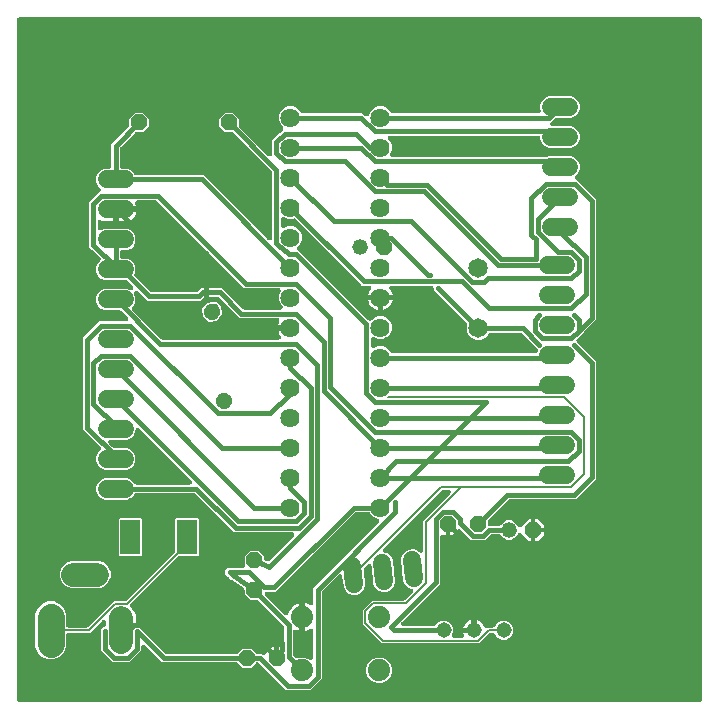
<source format=gbr>
G04 EAGLE Gerber RS-274X export*
G75*
%MOMM*%
%FSLAX34Y34*%
%LPD*%
%INBottom Copper*%
%IPPOS*%
%AMOC8*
5,1,8,0,0,1.08239X$1,22.5*%
G01*
%ADD10P,1.429621X8X112.500000*%
%ADD11P,1.429621X8X22.500000*%
%ADD12C,1.320800*%
%ADD13P,1.429621X8X299.900000*%
%ADD14C,2.000000*%
%ADD15C,2.300000*%
%ADD16C,1.524000*%
%ADD17C,1.879600*%
%ADD18C,1.308000*%
%ADD19C,1.625600*%
%ADD20C,1.651000*%
%ADD21R,1.676400X2.895600*%
%ADD22C,0.406400*%
%ADD23C,0.152400*%

G36*
X587826Y10163D02*
X587826Y10163D01*
X587844Y10161D01*
X588026Y10182D01*
X588209Y10201D01*
X588226Y10206D01*
X588243Y10208D01*
X588418Y10265D01*
X588594Y10319D01*
X588609Y10327D01*
X588626Y10333D01*
X588786Y10423D01*
X588948Y10511D01*
X588961Y10522D01*
X588977Y10531D01*
X589116Y10651D01*
X589257Y10768D01*
X589268Y10782D01*
X589282Y10794D01*
X589394Y10939D01*
X589509Y11082D01*
X589517Y11098D01*
X589528Y11112D01*
X589610Y11277D01*
X589695Y11439D01*
X589700Y11456D01*
X589708Y11472D01*
X589755Y11651D01*
X589806Y11826D01*
X589808Y11844D01*
X589812Y11861D01*
X589839Y12192D01*
X589839Y587808D01*
X589837Y587826D01*
X589839Y587844D01*
X589818Y588026D01*
X589799Y588209D01*
X589794Y588226D01*
X589792Y588243D01*
X589735Y588418D01*
X589681Y588594D01*
X589673Y588609D01*
X589667Y588626D01*
X589577Y588786D01*
X589489Y588948D01*
X589478Y588961D01*
X589469Y588977D01*
X589349Y589116D01*
X589232Y589257D01*
X589218Y589268D01*
X589206Y589282D01*
X589061Y589394D01*
X588918Y589509D01*
X588902Y589517D01*
X588888Y589528D01*
X588723Y589610D01*
X588561Y589695D01*
X588544Y589700D01*
X588528Y589708D01*
X588349Y589755D01*
X588174Y589806D01*
X588156Y589808D01*
X588139Y589812D01*
X587808Y589839D01*
X12192Y589839D01*
X12174Y589837D01*
X12156Y589839D01*
X11974Y589818D01*
X11791Y589799D01*
X11774Y589794D01*
X11757Y589792D01*
X11582Y589735D01*
X11406Y589681D01*
X11391Y589673D01*
X11374Y589667D01*
X11214Y589577D01*
X11052Y589489D01*
X11039Y589478D01*
X11023Y589469D01*
X10884Y589349D01*
X10743Y589232D01*
X10732Y589218D01*
X10718Y589206D01*
X10606Y589061D01*
X10491Y588918D01*
X10483Y588902D01*
X10472Y588888D01*
X10390Y588723D01*
X10305Y588561D01*
X10300Y588544D01*
X10292Y588528D01*
X10245Y588349D01*
X10194Y588174D01*
X10192Y588156D01*
X10188Y588139D01*
X10161Y587808D01*
X10161Y12192D01*
X10163Y12174D01*
X10161Y12156D01*
X10182Y11974D01*
X10201Y11791D01*
X10206Y11774D01*
X10208Y11757D01*
X10265Y11582D01*
X10319Y11406D01*
X10327Y11391D01*
X10333Y11374D01*
X10423Y11214D01*
X10511Y11052D01*
X10522Y11039D01*
X10531Y11023D01*
X10651Y10884D01*
X10768Y10743D01*
X10782Y10732D01*
X10794Y10718D01*
X10939Y10606D01*
X11082Y10491D01*
X11098Y10483D01*
X11112Y10472D01*
X11277Y10390D01*
X11439Y10305D01*
X11456Y10300D01*
X11472Y10292D01*
X11651Y10245D01*
X11826Y10194D01*
X11844Y10192D01*
X11861Y10188D01*
X12192Y10161D01*
X587808Y10161D01*
X587826Y10163D01*
G37*
%LPC*%
G36*
X237618Y20283D02*
X237618Y20283D01*
X214885Y43017D01*
X214871Y43028D01*
X214860Y43042D01*
X214716Y43155D01*
X214573Y43272D01*
X214558Y43280D01*
X214544Y43291D01*
X214379Y43375D01*
X214218Y43460D01*
X214201Y43465D01*
X214185Y43473D01*
X214007Y43523D01*
X213832Y43575D01*
X213814Y43577D01*
X213797Y43581D01*
X213614Y43595D01*
X213431Y43611D01*
X213413Y43610D01*
X213395Y43611D01*
X213213Y43588D01*
X213031Y43568D01*
X213014Y43563D01*
X212996Y43560D01*
X212822Y43502D01*
X212647Y43447D01*
X212631Y43438D01*
X212614Y43432D01*
X212455Y43340D01*
X212294Y43252D01*
X212281Y43240D01*
X212265Y43231D01*
X212012Y43017D01*
X208067Y39071D01*
X201333Y39071D01*
X197356Y43048D01*
X197335Y43065D01*
X197318Y43086D01*
X197180Y43193D01*
X197044Y43303D01*
X197021Y43316D01*
X197000Y43332D01*
X196843Y43410D01*
X196689Y43492D01*
X196663Y43500D01*
X196639Y43512D01*
X196470Y43557D01*
X196303Y43607D01*
X196276Y43609D01*
X196250Y43616D01*
X195920Y43643D01*
X133083Y43643D01*
X118780Y57946D01*
X118773Y57951D01*
X118768Y57958D01*
X118618Y58079D01*
X118469Y58201D01*
X118461Y58205D01*
X118454Y58211D01*
X118284Y58299D01*
X118113Y58389D01*
X118104Y58392D01*
X118097Y58396D01*
X117912Y58449D01*
X117727Y58504D01*
X117718Y58505D01*
X117710Y58507D01*
X117518Y58523D01*
X117326Y58541D01*
X117317Y58540D01*
X117308Y58540D01*
X117119Y58518D01*
X116926Y58497D01*
X116917Y58494D01*
X116909Y58493D01*
X116727Y58434D01*
X116542Y58376D01*
X116534Y58371D01*
X116526Y58369D01*
X116357Y58274D01*
X116190Y58181D01*
X116183Y58175D01*
X116175Y58171D01*
X116029Y58045D01*
X115883Y57920D01*
X115877Y57913D01*
X115870Y57908D01*
X115753Y57756D01*
X115633Y57604D01*
X115629Y57596D01*
X115624Y57589D01*
X115538Y57417D01*
X115451Y57246D01*
X115448Y57237D01*
X115444Y57229D01*
X115394Y57042D01*
X115343Y56858D01*
X115342Y56849D01*
X115340Y56840D01*
X115313Y56509D01*
X115313Y53712D01*
X105288Y43687D01*
X91112Y43687D01*
X81087Y53712D01*
X81087Y71473D01*
X83171Y73557D01*
X83628Y73557D01*
X83646Y73559D01*
X83664Y73557D01*
X83846Y73578D01*
X84029Y73597D01*
X84046Y73602D01*
X84063Y73604D01*
X84238Y73661D01*
X84414Y73715D01*
X84429Y73723D01*
X84446Y73729D01*
X84606Y73819D01*
X84768Y73907D01*
X84781Y73918D01*
X84797Y73927D01*
X84936Y74047D01*
X85077Y74164D01*
X85088Y74178D01*
X85102Y74190D01*
X85214Y74335D01*
X85329Y74478D01*
X85337Y74494D01*
X85348Y74508D01*
X85430Y74673D01*
X85515Y74835D01*
X85520Y74852D01*
X85528Y74868D01*
X85575Y75047D01*
X85626Y75222D01*
X85628Y75240D01*
X85632Y75257D01*
X85659Y75588D01*
X85659Y77497D01*
X85658Y77505D01*
X85659Y77514D01*
X85638Y77708D01*
X85619Y77897D01*
X85617Y77906D01*
X85616Y77915D01*
X85558Y78098D01*
X85501Y78282D01*
X85497Y78290D01*
X85494Y78298D01*
X85402Y78466D01*
X85309Y78636D01*
X85304Y78643D01*
X85299Y78651D01*
X85175Y78798D01*
X85052Y78945D01*
X85045Y78951D01*
X85039Y78958D01*
X84887Y79078D01*
X84738Y79198D01*
X84730Y79202D01*
X84723Y79207D01*
X84550Y79295D01*
X84381Y79383D01*
X84372Y79386D01*
X84364Y79390D01*
X84178Y79442D01*
X83994Y79495D01*
X83985Y79495D01*
X83976Y79498D01*
X83783Y79512D01*
X83592Y79527D01*
X83584Y79526D01*
X83575Y79527D01*
X83382Y79503D01*
X83193Y79481D01*
X83184Y79478D01*
X83175Y79477D01*
X82992Y79415D01*
X82810Y79356D01*
X82802Y79351D01*
X82794Y79348D01*
X82627Y79252D01*
X82459Y79158D01*
X82452Y79152D01*
X82445Y79148D01*
X82192Y78933D01*
X71772Y68513D01*
X53566Y68513D01*
X53548Y68511D01*
X53530Y68513D01*
X53348Y68492D01*
X53165Y68473D01*
X53148Y68468D01*
X53131Y68466D01*
X52956Y68409D01*
X52780Y68355D01*
X52765Y68347D01*
X52748Y68341D01*
X52588Y68251D01*
X52426Y68163D01*
X52413Y68152D01*
X52397Y68143D01*
X52258Y68023D01*
X52117Y67906D01*
X52106Y67892D01*
X52092Y67880D01*
X51980Y67735D01*
X51865Y67592D01*
X51857Y67576D01*
X51846Y67562D01*
X51764Y67397D01*
X51679Y67235D01*
X51674Y67218D01*
X51666Y67202D01*
X51619Y67023D01*
X51568Y66848D01*
X51566Y66830D01*
X51562Y66813D01*
X51535Y66482D01*
X51535Y56709D01*
X49552Y51922D01*
X45888Y48258D01*
X41801Y46565D01*
X41101Y46275D01*
X35919Y46275D01*
X31132Y48258D01*
X27468Y51922D01*
X25485Y56709D01*
X25485Y84891D01*
X27468Y89678D01*
X31132Y93342D01*
X35919Y95325D01*
X41101Y95325D01*
X45888Y93342D01*
X49552Y89678D01*
X51535Y84891D01*
X51535Y75118D01*
X51537Y75100D01*
X51535Y75082D01*
X51556Y74900D01*
X51575Y74717D01*
X51580Y74700D01*
X51582Y74683D01*
X51639Y74508D01*
X51693Y74332D01*
X51701Y74317D01*
X51707Y74300D01*
X51797Y74139D01*
X51885Y73978D01*
X51896Y73965D01*
X51905Y73949D01*
X52025Y73810D01*
X52142Y73669D01*
X52156Y73658D01*
X52168Y73644D01*
X52313Y73532D01*
X52456Y73417D01*
X52472Y73409D01*
X52486Y73398D01*
X52651Y73316D01*
X52813Y73231D01*
X52830Y73226D01*
X52846Y73218D01*
X53025Y73171D01*
X53200Y73120D01*
X53218Y73118D01*
X53235Y73114D01*
X53566Y73087D01*
X69036Y73087D01*
X69063Y73089D01*
X69090Y73087D01*
X69264Y73109D01*
X69437Y73127D01*
X69462Y73134D01*
X69489Y73138D01*
X69655Y73193D01*
X69822Y73245D01*
X69845Y73258D01*
X69871Y73266D01*
X70022Y73353D01*
X70176Y73437D01*
X70196Y73454D01*
X70220Y73467D01*
X70473Y73682D01*
X92164Y95373D01*
X101297Y95373D01*
X101324Y95375D01*
X101351Y95373D01*
X101525Y95395D01*
X101698Y95413D01*
X101724Y95420D01*
X101750Y95424D01*
X101916Y95479D01*
X102083Y95531D01*
X102107Y95544D01*
X102132Y95552D01*
X102284Y95639D01*
X102437Y95723D01*
X102457Y95740D01*
X102481Y95753D01*
X102734Y95968D01*
X143374Y136608D01*
X143391Y136629D01*
X143412Y136646D01*
X143519Y136784D01*
X143629Y136920D01*
X143642Y136943D01*
X143658Y136965D01*
X143736Y137121D01*
X143818Y137275D01*
X143826Y137301D01*
X143838Y137325D01*
X143883Y137494D01*
X143933Y137661D01*
X143935Y137688D01*
X143942Y137714D01*
X143969Y138045D01*
X143969Y165110D01*
X144862Y166003D01*
X162890Y166003D01*
X163783Y165110D01*
X163783Y134890D01*
X162890Y133997D01*
X148073Y133997D01*
X148046Y133995D01*
X148019Y133997D01*
X147845Y133975D01*
X147672Y133957D01*
X147646Y133950D01*
X147620Y133946D01*
X147454Y133891D01*
X147287Y133839D01*
X147263Y133826D01*
X147238Y133818D01*
X147086Y133731D01*
X146933Y133647D01*
X146913Y133630D01*
X146889Y133617D01*
X146636Y133402D01*
X106421Y93187D01*
X106410Y93173D01*
X106396Y93162D01*
X106282Y93017D01*
X106166Y92875D01*
X106157Y92860D01*
X106146Y92846D01*
X106063Y92682D01*
X105977Y92520D01*
X105972Y92503D01*
X105964Y92487D01*
X105915Y92309D01*
X105862Y92134D01*
X105861Y92116D01*
X105856Y92099D01*
X105843Y91915D01*
X105826Y91733D01*
X105828Y91715D01*
X105827Y91697D01*
X105850Y91515D01*
X105869Y91333D01*
X105875Y91316D01*
X105877Y91298D01*
X105935Y91124D01*
X105991Y90949D01*
X106000Y90933D01*
X106005Y90916D01*
X106097Y90757D01*
X106186Y90596D01*
X106197Y90583D01*
X106206Y90567D01*
X106421Y90314D01*
X107765Y88970D01*
X108926Y87373D01*
X109822Y85614D01*
X110432Y83737D01*
X110741Y81787D01*
X110741Y75588D01*
X110743Y75570D01*
X110741Y75552D01*
X110762Y75370D01*
X110781Y75187D01*
X110786Y75170D01*
X110788Y75153D01*
X110845Y74977D01*
X110899Y74802D01*
X110907Y74787D01*
X110913Y74770D01*
X111003Y74610D01*
X111091Y74448D01*
X111102Y74435D01*
X111111Y74419D01*
X111231Y74280D01*
X111348Y74139D01*
X111362Y74128D01*
X111374Y74114D01*
X111519Y74002D01*
X111662Y73887D01*
X111678Y73879D01*
X111692Y73868D01*
X111857Y73786D01*
X112019Y73701D01*
X112036Y73696D01*
X112052Y73688D01*
X112231Y73641D01*
X112406Y73590D01*
X112424Y73588D01*
X112441Y73584D01*
X112772Y73557D01*
X113229Y73557D01*
X135434Y51352D01*
X135442Y51346D01*
X135444Y51343D01*
X135455Y51334D01*
X135473Y51314D01*
X135610Y51207D01*
X135746Y51097D01*
X135769Y51084D01*
X135791Y51068D01*
X135948Y50990D01*
X136102Y50908D01*
X136127Y50900D01*
X136151Y50888D01*
X136321Y50843D01*
X136487Y50793D01*
X136514Y50791D01*
X136540Y50784D01*
X136871Y50757D01*
X195920Y50757D01*
X195946Y50759D01*
X195973Y50757D01*
X196147Y50779D01*
X196320Y50797D01*
X196346Y50804D01*
X196372Y50808D01*
X196538Y50863D01*
X196705Y50915D01*
X196729Y50928D01*
X196754Y50936D01*
X196906Y51023D01*
X197059Y51107D01*
X197080Y51124D01*
X197103Y51137D01*
X197356Y51352D01*
X201333Y55329D01*
X208067Y55329D01*
X212044Y51352D01*
X212051Y51346D01*
X212053Y51343D01*
X212065Y51334D01*
X212082Y51314D01*
X212220Y51207D01*
X212356Y51097D01*
X212379Y51084D01*
X212400Y51068D01*
X212557Y50990D01*
X212711Y50908D01*
X212737Y50900D01*
X212761Y50888D01*
X212930Y50843D01*
X213097Y50793D01*
X213124Y50791D01*
X213150Y50784D01*
X213480Y50757D01*
X217205Y50757D01*
X217528Y50433D01*
X217542Y50422D01*
X217554Y50408D01*
X217697Y50295D01*
X217840Y50178D01*
X217855Y50170D01*
X217869Y50159D01*
X218033Y50076D01*
X218195Y49990D01*
X218212Y49985D01*
X218228Y49976D01*
X218405Y49927D01*
X218581Y49875D01*
X218599Y49873D01*
X218616Y49868D01*
X218799Y49855D01*
X218982Y49838D01*
X219000Y49840D01*
X219018Y49839D01*
X219200Y49862D01*
X219382Y49882D01*
X219399Y49887D01*
X219417Y49890D01*
X219592Y49948D01*
X219766Y50003D01*
X219782Y50012D01*
X219799Y50018D01*
X219958Y50110D01*
X220119Y50198D01*
X220132Y50210D01*
X220148Y50219D01*
X220401Y50433D01*
X226312Y56345D01*
X228069Y56345D01*
X228069Y47200D01*
X228070Y47183D01*
X228069Y47165D01*
X228090Y46982D01*
X228108Y46800D01*
X228114Y46783D01*
X228116Y46765D01*
X228173Y46589D01*
X228227Y46415D01*
X228235Y46399D01*
X228241Y46382D01*
X228331Y46222D01*
X228418Y46061D01*
X228430Y46047D01*
X228439Y46032D01*
X228559Y45892D01*
X228676Y45752D01*
X228690Y45740D01*
X228702Y45727D01*
X228847Y45614D01*
X228990Y45499D01*
X229006Y45491D01*
X229020Y45480D01*
X229185Y45398D01*
X229347Y45314D01*
X229364Y45309D01*
X229380Y45301D01*
X229558Y45253D01*
X229734Y45202D01*
X229752Y45201D01*
X229769Y45196D01*
X230100Y45169D01*
X230118Y45171D01*
X230135Y45169D01*
X230136Y45169D01*
X230318Y45191D01*
X230501Y45209D01*
X230518Y45214D01*
X230536Y45216D01*
X230710Y45273D01*
X230886Y45327D01*
X230901Y45336D01*
X230918Y45341D01*
X231079Y45432D01*
X231240Y45519D01*
X231253Y45530D01*
X231269Y45539D01*
X231408Y45659D01*
X231549Y45777D01*
X231560Y45791D01*
X231574Y45802D01*
X231686Y45947D01*
X231801Y46090D01*
X231810Y46106D01*
X231820Y46120D01*
X231902Y46285D01*
X231987Y46448D01*
X231992Y46465D01*
X232000Y46481D01*
X232048Y46659D01*
X232098Y46835D01*
X232100Y46852D01*
X232104Y46870D01*
X232131Y47200D01*
X232131Y56345D01*
X234412Y56345D01*
X234430Y56347D01*
X234448Y56345D01*
X234630Y56366D01*
X234813Y56385D01*
X234830Y56390D01*
X234847Y56392D01*
X235022Y56449D01*
X235198Y56503D01*
X235213Y56511D01*
X235230Y56517D01*
X235390Y56607D01*
X235552Y56695D01*
X235565Y56706D01*
X235581Y56715D01*
X235720Y56835D01*
X235861Y56952D01*
X235872Y56966D01*
X235886Y56978D01*
X235998Y57123D01*
X236113Y57266D01*
X236121Y57282D01*
X236132Y57296D01*
X236214Y57461D01*
X236299Y57623D01*
X236304Y57640D01*
X236312Y57656D01*
X236359Y57835D01*
X236410Y58010D01*
X236412Y58028D01*
X236416Y58045D01*
X236443Y58376D01*
X236443Y72960D01*
X236441Y72986D01*
X236443Y73013D01*
X236421Y73187D01*
X236403Y73360D01*
X236396Y73386D01*
X236392Y73412D01*
X236337Y73578D01*
X236285Y73745D01*
X236272Y73769D01*
X236264Y73794D01*
X236177Y73946D01*
X236093Y74099D01*
X236076Y74120D01*
X236063Y74143D01*
X235848Y74396D01*
X234816Y75428D01*
X234811Y75437D01*
X234727Y75591D01*
X234710Y75611D01*
X234697Y75635D01*
X234482Y75888D01*
X214594Y95776D01*
X214573Y95793D01*
X214555Y95814D01*
X214418Y95921D01*
X214282Y96031D01*
X214259Y96044D01*
X214237Y96060D01*
X214080Y96138D01*
X213926Y96220D01*
X213901Y96228D01*
X213877Y96240D01*
X213707Y96285D01*
X213541Y96335D01*
X213514Y96337D01*
X213488Y96344D01*
X213157Y96371D01*
X207533Y96371D01*
X202771Y101133D01*
X202771Y104803D01*
X202771Y104804D01*
X202771Y104805D01*
X202752Y104995D01*
X202731Y105203D01*
X202731Y105204D01*
X202731Y105206D01*
X202671Y105400D01*
X202613Y105588D01*
X202613Y105589D01*
X202612Y105590D01*
X202517Y105766D01*
X202421Y105942D01*
X202421Y105943D01*
X202420Y105944D01*
X202292Y106097D01*
X202164Y106251D01*
X202163Y106252D01*
X202162Y106253D01*
X201907Y106465D01*
X192202Y113275D01*
X192156Y113300D01*
X192115Y113332D01*
X191981Y113399D01*
X191851Y113472D01*
X191801Y113488D01*
X191755Y113512D01*
X191610Y113550D01*
X191468Y113597D01*
X191416Y113603D01*
X191366Y113616D01*
X191353Y113617D01*
X190629Y114341D01*
X190621Y114348D01*
X190614Y114356D01*
X190359Y114568D01*
X189514Y115161D01*
X189493Y115235D01*
X189469Y115282D01*
X189453Y115331D01*
X189378Y115461D01*
X189310Y115594D01*
X189278Y115635D01*
X189252Y115680D01*
X189105Y115853D01*
X189060Y115909D01*
X189049Y115919D01*
X189037Y115933D01*
X186443Y118527D01*
X186443Y121473D01*
X188527Y123557D01*
X200844Y123557D01*
X200853Y123558D01*
X200862Y123557D01*
X201053Y123578D01*
X201244Y123597D01*
X201253Y123599D01*
X201262Y123600D01*
X201446Y123659D01*
X201629Y123715D01*
X201637Y123719D01*
X201646Y123722D01*
X201813Y123814D01*
X201983Y123907D01*
X201990Y123912D01*
X201998Y123917D01*
X202146Y124042D01*
X202292Y124164D01*
X202298Y124171D01*
X202305Y124177D01*
X202425Y124329D01*
X202545Y124478D01*
X202549Y124486D01*
X202555Y124493D01*
X202641Y124663D01*
X202730Y124835D01*
X202733Y124844D01*
X202737Y124852D01*
X202788Y125037D01*
X202842Y125222D01*
X202842Y125231D01*
X202845Y125240D01*
X202859Y125430D01*
X202875Y125624D01*
X202874Y125633D01*
X202874Y125642D01*
X202850Y125833D01*
X202828Y126023D01*
X202825Y126032D01*
X202824Y126041D01*
X202771Y126197D01*
X202771Y133267D01*
X207533Y138029D01*
X214267Y138029D01*
X219029Y133267D01*
X219029Y131697D01*
X219030Y131679D01*
X219029Y131662D01*
X219050Y131479D01*
X219069Y131296D01*
X219074Y131279D01*
X219076Y131262D01*
X219133Y131087D01*
X219187Y130911D01*
X219195Y130896D01*
X219201Y130879D01*
X219291Y130719D01*
X219379Y130557D01*
X219390Y130544D01*
X219398Y130528D01*
X219519Y130388D01*
X219636Y130248D01*
X219650Y130237D01*
X219662Y130224D01*
X219807Y130111D01*
X219950Y129996D01*
X219966Y129987D01*
X219980Y129977D01*
X220274Y129824D01*
X221516Y129303D01*
X221542Y129295D01*
X221566Y129282D01*
X221735Y129235D01*
X221901Y129184D01*
X221928Y129182D01*
X221954Y129174D01*
X222128Y129162D01*
X222302Y129144D01*
X222328Y129147D01*
X222355Y129145D01*
X222529Y129167D01*
X222702Y129184D01*
X222728Y129192D01*
X222755Y129195D01*
X222920Y129251D01*
X223087Y129302D01*
X223111Y129315D01*
X223136Y129324D01*
X223288Y129411D01*
X223441Y129494D01*
X223462Y129511D01*
X223485Y129525D01*
X223738Y129739D01*
X244403Y150404D01*
X244408Y150411D01*
X244415Y150416D01*
X244536Y150566D01*
X244658Y150715D01*
X244662Y150723D01*
X244668Y150730D01*
X244757Y150901D01*
X244846Y151071D01*
X244849Y151079D01*
X244853Y151087D01*
X244906Y151273D01*
X244961Y151457D01*
X244962Y151466D01*
X244965Y151474D01*
X244980Y151666D01*
X244998Y151858D01*
X244997Y151867D01*
X244997Y151876D01*
X244975Y152065D01*
X244954Y152258D01*
X244952Y152267D01*
X244951Y152275D01*
X244891Y152457D01*
X244833Y152642D01*
X244828Y152650D01*
X244826Y152658D01*
X244731Y152827D01*
X244638Y152994D01*
X244632Y153001D01*
X244628Y153009D01*
X244502Y153155D01*
X244377Y153301D01*
X244370Y153307D01*
X244365Y153314D01*
X244213Y153431D01*
X244062Y153551D01*
X244054Y153555D01*
X244047Y153560D01*
X243874Y153646D01*
X243703Y153733D01*
X243694Y153736D01*
X243686Y153740D01*
X243500Y153790D01*
X243315Y153841D01*
X243306Y153842D01*
X243297Y153844D01*
X242966Y153871D01*
X193596Y153871D01*
X161019Y186448D01*
X160998Y186465D01*
X160981Y186486D01*
X160843Y186593D01*
X160707Y186703D01*
X160684Y186716D01*
X160663Y186732D01*
X160506Y186810D01*
X160352Y186892D01*
X160326Y186900D01*
X160302Y186912D01*
X160133Y186957D01*
X159966Y187007D01*
X159939Y187009D01*
X159913Y187016D01*
X159583Y187043D01*
X111002Y187043D01*
X110980Y187041D01*
X110958Y187043D01*
X110780Y187021D01*
X110602Y187003D01*
X110580Y186997D01*
X110558Y186994D01*
X110388Y186938D01*
X110217Y186885D01*
X110197Y186875D01*
X110176Y186868D01*
X110020Y186779D01*
X109863Y186693D01*
X109845Y186679D01*
X109826Y186668D01*
X109691Y186550D01*
X109553Y186436D01*
X109539Y186418D01*
X109523Y186404D01*
X109413Y186261D01*
X109301Y186122D01*
X109291Y186102D01*
X109277Y186084D01*
X109126Y185789D01*
X108973Y185420D01*
X106400Y182847D01*
X105945Y182659D01*
X103039Y181455D01*
X84161Y181455D01*
X80800Y182847D01*
X78227Y185420D01*
X76835Y188781D01*
X76835Y192419D01*
X78227Y195780D01*
X80800Y198353D01*
X82906Y199225D01*
X84161Y199745D01*
X103039Y199745D01*
X106400Y198353D01*
X108973Y195780D01*
X109126Y195411D01*
X109136Y195391D01*
X109143Y195370D01*
X109231Y195214D01*
X109316Y195056D01*
X109330Y195039D01*
X109341Y195019D01*
X109458Y194883D01*
X109572Y194745D01*
X109589Y194731D01*
X109604Y194714D01*
X109745Y194605D01*
X109885Y194492D01*
X109905Y194481D01*
X109922Y194468D01*
X110082Y194388D01*
X110241Y194305D01*
X110263Y194298D01*
X110283Y194288D01*
X110456Y194242D01*
X110628Y194192D01*
X110650Y194190D01*
X110671Y194184D01*
X111002Y194157D01*
X156309Y194157D01*
X156318Y194158D01*
X156327Y194157D01*
X156521Y194178D01*
X156710Y194197D01*
X156718Y194199D01*
X156727Y194200D01*
X156912Y194259D01*
X157095Y194315D01*
X157103Y194319D01*
X157111Y194322D01*
X157280Y194415D01*
X157449Y194507D01*
X157456Y194512D01*
X157464Y194517D01*
X157611Y194641D01*
X157758Y194764D01*
X157764Y194771D01*
X157771Y194777D01*
X157890Y194929D01*
X158011Y195078D01*
X158015Y195086D01*
X158020Y195093D01*
X158108Y195266D01*
X158196Y195435D01*
X158199Y195444D01*
X158203Y195452D01*
X158255Y195638D01*
X158307Y195822D01*
X158308Y195831D01*
X158311Y195840D01*
X158325Y196033D01*
X158340Y196224D01*
X158339Y196232D01*
X158340Y196241D01*
X158316Y196434D01*
X158293Y196623D01*
X158291Y196632D01*
X158290Y196641D01*
X158228Y196823D01*
X158169Y197006D01*
X158164Y197014D01*
X158161Y197022D01*
X158065Y197189D01*
X157971Y197357D01*
X157965Y197364D01*
X157960Y197371D01*
X157746Y197624D01*
X113832Y241538D01*
X113825Y241543D01*
X113820Y241550D01*
X113670Y241671D01*
X113521Y241793D01*
X113513Y241797D01*
X113506Y241803D01*
X113335Y241891D01*
X113165Y241981D01*
X113157Y241984D01*
X113149Y241988D01*
X112963Y242041D01*
X112779Y242096D01*
X112770Y242097D01*
X112762Y242099D01*
X112570Y242115D01*
X112378Y242133D01*
X112369Y242132D01*
X112360Y242132D01*
X112171Y242110D01*
X111978Y242089D01*
X111969Y242086D01*
X111961Y242085D01*
X111779Y242026D01*
X111594Y241968D01*
X111586Y241963D01*
X111578Y241961D01*
X111409Y241866D01*
X111242Y241773D01*
X111235Y241767D01*
X111227Y241763D01*
X111081Y241637D01*
X110935Y241512D01*
X110929Y241505D01*
X110922Y241500D01*
X110805Y241348D01*
X110685Y241196D01*
X110681Y241188D01*
X110676Y241181D01*
X110590Y241009D01*
X110503Y240838D01*
X110500Y240829D01*
X110496Y240821D01*
X110446Y240632D01*
X110395Y240450D01*
X110394Y240441D01*
X110392Y240432D01*
X110365Y240101D01*
X110365Y239581D01*
X108973Y236220D01*
X106400Y233647D01*
X103039Y232255D01*
X89253Y232255D01*
X89244Y232254D01*
X89235Y232255D01*
X89044Y232234D01*
X88853Y232215D01*
X88844Y232213D01*
X88835Y232212D01*
X88653Y232154D01*
X88468Y232097D01*
X88460Y232093D01*
X88451Y232090D01*
X88283Y231997D01*
X88114Y231905D01*
X88107Y231900D01*
X88099Y231895D01*
X87952Y231771D01*
X87804Y231648D01*
X87799Y231641D01*
X87792Y231635D01*
X87673Y231484D01*
X87552Y231334D01*
X87548Y231326D01*
X87542Y231319D01*
X87455Y231146D01*
X87367Y230977D01*
X87364Y230968D01*
X87360Y230960D01*
X87308Y230774D01*
X87255Y230590D01*
X87254Y230581D01*
X87252Y230572D01*
X87238Y230379D01*
X87222Y230188D01*
X87223Y230180D01*
X87223Y230171D01*
X87247Y229978D01*
X87269Y229789D01*
X87272Y229780D01*
X87273Y229771D01*
X87335Y229588D01*
X87394Y229406D01*
X87399Y229398D01*
X87401Y229390D01*
X87497Y229223D01*
X87592Y229055D01*
X87598Y229048D01*
X87602Y229041D01*
X87817Y228788D01*
X90865Y225740D01*
X90886Y225723D01*
X90903Y225702D01*
X91041Y225596D01*
X91177Y225485D01*
X91200Y225472D01*
X91221Y225456D01*
X91378Y225378D01*
X91532Y225296D01*
X91558Y225288D01*
X91582Y225276D01*
X91751Y225231D01*
X91918Y225181D01*
X91945Y225179D01*
X91971Y225172D01*
X92301Y225145D01*
X103039Y225145D01*
X106400Y223753D01*
X108973Y221180D01*
X110365Y217819D01*
X110365Y214181D01*
X108973Y210820D01*
X106400Y208247D01*
X103039Y206855D01*
X84161Y206855D01*
X80800Y208247D01*
X78227Y210820D01*
X76835Y214181D01*
X76835Y217819D01*
X78227Y221180D01*
X80360Y223312D01*
X80371Y223326D01*
X80385Y223338D01*
X80498Y223481D01*
X80615Y223624D01*
X80623Y223640D01*
X80634Y223654D01*
X80718Y223818D01*
X80803Y223980D01*
X80808Y223997D01*
X80817Y224013D01*
X80866Y224190D01*
X80918Y224365D01*
X80920Y224383D01*
X80925Y224400D01*
X80938Y224584D01*
X80955Y224766D01*
X80953Y224784D01*
X80954Y224802D01*
X80931Y224984D01*
X80911Y225167D01*
X80906Y225184D01*
X80904Y225201D01*
X80845Y225375D01*
X80790Y225551D01*
X80781Y225566D01*
X80775Y225583D01*
X80683Y225743D01*
X80595Y225903D01*
X80583Y225916D01*
X80574Y225932D01*
X80360Y226185D01*
X65659Y240885D01*
X65659Y318115D01*
X79877Y332333D01*
X102233Y332333D01*
X102242Y332334D01*
X102251Y332333D01*
X102443Y332354D01*
X102634Y332373D01*
X102643Y332375D01*
X102651Y332376D01*
X102834Y332434D01*
X103019Y332491D01*
X103027Y332495D01*
X103035Y332498D01*
X103204Y332591D01*
X103373Y332683D01*
X103380Y332688D01*
X103388Y332693D01*
X103535Y332817D01*
X103682Y332940D01*
X103688Y332947D01*
X103695Y332953D01*
X103814Y333104D01*
X103935Y333254D01*
X103939Y333262D01*
X103944Y333269D01*
X104032Y333442D01*
X104120Y333611D01*
X104123Y333620D01*
X104127Y333628D01*
X104179Y333814D01*
X104231Y333998D01*
X104232Y334007D01*
X104235Y334016D01*
X104249Y334209D01*
X104264Y334400D01*
X104263Y334408D01*
X104264Y334417D01*
X104240Y334610D01*
X104217Y334799D01*
X104215Y334808D01*
X104214Y334817D01*
X104152Y335000D01*
X104093Y335182D01*
X104088Y335190D01*
X104085Y335198D01*
X103989Y335365D01*
X103895Y335533D01*
X103889Y335540D01*
X103884Y335547D01*
X103670Y335800D01*
X98310Y341160D01*
X98289Y341177D01*
X98271Y341198D01*
X98134Y341305D01*
X97998Y341415D01*
X97975Y341428D01*
X97953Y341444D01*
X97796Y341522D01*
X97642Y341604D01*
X97617Y341612D01*
X97593Y341624D01*
X97423Y341669D01*
X97257Y341719D01*
X97230Y341721D01*
X97204Y341728D01*
X96873Y341755D01*
X84161Y341755D01*
X80800Y343147D01*
X78227Y345720D01*
X76835Y349081D01*
X76835Y352719D01*
X78227Y356080D01*
X80800Y358653D01*
X83314Y359694D01*
X84161Y360045D01*
X103039Y360045D01*
X105872Y358871D01*
X105877Y358870D01*
X105881Y358868D01*
X106071Y358811D01*
X106258Y358755D01*
X106262Y358754D01*
X106266Y358753D01*
X106465Y358735D01*
X106659Y358717D01*
X106663Y358717D01*
X106667Y358717D01*
X106866Y358738D01*
X107059Y358758D01*
X107063Y358760D01*
X107068Y358760D01*
X107255Y358819D01*
X107443Y358878D01*
X107447Y358880D01*
X107452Y358882D01*
X107625Y358977D01*
X107797Y359071D01*
X107800Y359074D01*
X107804Y359076D01*
X107954Y359203D01*
X108105Y359330D01*
X108108Y359334D01*
X108111Y359337D01*
X108232Y359491D01*
X108356Y359645D01*
X108358Y359649D01*
X108360Y359653D01*
X108450Y359830D01*
X108540Y360003D01*
X108541Y360008D01*
X108543Y360012D01*
X108597Y360205D01*
X108649Y360391D01*
X108650Y360395D01*
X108651Y360400D01*
X108666Y360600D01*
X108680Y360792D01*
X108680Y360796D01*
X108680Y360801D01*
X108655Y361002D01*
X108632Y361192D01*
X108630Y361196D01*
X108630Y361201D01*
X108567Y361388D01*
X108505Y361574D01*
X108503Y361578D01*
X108502Y361582D01*
X108403Y361753D01*
X108306Y361924D01*
X108303Y361927D01*
X108301Y361931D01*
X108086Y362184D01*
X103710Y366560D01*
X103689Y366577D01*
X103671Y366598D01*
X103534Y366704D01*
X103398Y366815D01*
X103374Y366828D01*
X103353Y366844D01*
X103197Y366922D01*
X103042Y367004D01*
X103017Y367012D01*
X102993Y367024D01*
X102824Y367069D01*
X102657Y367119D01*
X102630Y367121D01*
X102604Y367128D01*
X102273Y367155D01*
X84161Y367155D01*
X80800Y368547D01*
X78227Y371120D01*
X76835Y374481D01*
X76835Y378119D01*
X78227Y381480D01*
X80360Y383612D01*
X80371Y383626D01*
X80385Y383638D01*
X80499Y383782D01*
X80615Y383924D01*
X80623Y383940D01*
X80634Y383954D01*
X80718Y384118D01*
X80803Y384280D01*
X80808Y384297D01*
X80817Y384313D01*
X80866Y384490D01*
X80918Y384665D01*
X80920Y384683D01*
X80925Y384700D01*
X80938Y384883D01*
X80955Y385066D01*
X80953Y385084D01*
X80954Y385102D01*
X80931Y385284D01*
X80911Y385467D01*
X80906Y385484D01*
X80904Y385501D01*
X80845Y385675D01*
X80790Y385851D01*
X80781Y385866D01*
X80775Y385883D01*
X80684Y386042D01*
X80595Y386203D01*
X80583Y386216D01*
X80574Y386232D01*
X80360Y386485D01*
X73926Y392919D01*
X71247Y395597D01*
X71247Y433203D01*
X73925Y435881D01*
X73926Y435881D01*
X77199Y439154D01*
X80360Y442315D01*
X80371Y442329D01*
X80385Y442340D01*
X80499Y442485D01*
X80615Y442627D01*
X80623Y442642D01*
X80634Y442656D01*
X80718Y442820D01*
X80803Y442982D01*
X80808Y442999D01*
X80817Y443015D01*
X80866Y443192D01*
X80918Y443368D01*
X80920Y443386D01*
X80925Y443403D01*
X80938Y443586D01*
X80955Y443769D01*
X80953Y443787D01*
X80954Y443805D01*
X80931Y443986D01*
X80911Y444169D01*
X80906Y444186D01*
X80904Y444204D01*
X80845Y444378D01*
X80790Y444553D01*
X80781Y444569D01*
X80775Y444586D01*
X80683Y444745D01*
X80595Y444906D01*
X80583Y444919D01*
X80574Y444935D01*
X80360Y445188D01*
X78227Y447320D01*
X76835Y450681D01*
X76835Y454319D01*
X78227Y457680D01*
X80800Y460253D01*
X84161Y461645D01*
X88012Y461645D01*
X88030Y461647D01*
X88048Y461645D01*
X88230Y461666D01*
X88413Y461685D01*
X88430Y461690D01*
X88447Y461692D01*
X88622Y461749D01*
X88798Y461803D01*
X88813Y461811D01*
X88830Y461817D01*
X88990Y461907D01*
X89152Y461995D01*
X89165Y462006D01*
X89181Y462015D01*
X89320Y462135D01*
X89461Y462252D01*
X89472Y462266D01*
X89486Y462278D01*
X89598Y462423D01*
X89713Y462566D01*
X89721Y462582D01*
X89732Y462596D01*
X89814Y462761D01*
X89899Y462923D01*
X89904Y462940D01*
X89912Y462956D01*
X89959Y463135D01*
X90010Y463310D01*
X90012Y463328D01*
X90016Y463345D01*
X90043Y463676D01*
X90043Y482473D01*
X104576Y497006D01*
X104593Y497027D01*
X104614Y497045D01*
X104721Y497182D01*
X104831Y497318D01*
X104844Y497341D01*
X104860Y497363D01*
X104938Y497520D01*
X105020Y497674D01*
X105028Y497699D01*
X105040Y497723D01*
X105085Y497893D01*
X105135Y498059D01*
X105137Y498086D01*
X105144Y498112D01*
X105171Y498443D01*
X105171Y504067D01*
X109933Y508829D01*
X116667Y508829D01*
X121429Y504067D01*
X121429Y497333D01*
X116667Y492571D01*
X111043Y492571D01*
X111016Y492569D01*
X110989Y492571D01*
X110815Y492549D01*
X110642Y492531D01*
X110617Y492524D01*
X110590Y492520D01*
X110424Y492465D01*
X110257Y492413D01*
X110234Y492400D01*
X110208Y492392D01*
X110057Y492305D01*
X109903Y492221D01*
X109883Y492204D01*
X109859Y492191D01*
X109606Y491976D01*
X97752Y480122D01*
X97735Y480101D01*
X97714Y480083D01*
X97607Y479946D01*
X97497Y479810D01*
X97484Y479787D01*
X97468Y479765D01*
X97390Y479608D01*
X97308Y479454D01*
X97300Y479429D01*
X97288Y479405D01*
X97243Y479235D01*
X97193Y479069D01*
X97191Y479042D01*
X97184Y479016D01*
X97157Y478685D01*
X97157Y463676D01*
X97159Y463658D01*
X97157Y463640D01*
X97178Y463458D01*
X97197Y463275D01*
X97202Y463258D01*
X97204Y463241D01*
X97261Y463066D01*
X97315Y462890D01*
X97323Y462875D01*
X97329Y462858D01*
X97419Y462698D01*
X97507Y462536D01*
X97518Y462523D01*
X97527Y462507D01*
X97647Y462368D01*
X97764Y462227D01*
X97778Y462216D01*
X97790Y462202D01*
X97935Y462090D01*
X98078Y461975D01*
X98094Y461967D01*
X98108Y461956D01*
X98273Y461874D01*
X98435Y461789D01*
X98452Y461784D01*
X98468Y461776D01*
X98647Y461729D01*
X98822Y461678D01*
X98840Y461676D01*
X98857Y461672D01*
X99188Y461645D01*
X103039Y461645D01*
X106400Y460253D01*
X108973Y457680D01*
X109126Y457311D01*
X109136Y457291D01*
X109143Y457270D01*
X109231Y457114D01*
X109316Y456956D01*
X109330Y456939D01*
X109341Y456919D01*
X109458Y456783D01*
X109572Y456645D01*
X109589Y456631D01*
X109604Y456614D01*
X109745Y456505D01*
X109885Y456392D01*
X109905Y456381D01*
X109922Y456368D01*
X110082Y456288D01*
X110241Y456205D01*
X110263Y456198D01*
X110283Y456188D01*
X110456Y456142D01*
X110628Y456092D01*
X110650Y456090D01*
X110671Y456084D01*
X111002Y456057D01*
X168273Y456057D01*
X222692Y401638D01*
X222699Y401633D01*
X222704Y401626D01*
X222854Y401505D01*
X223003Y401383D01*
X223011Y401379D01*
X223018Y401373D01*
X223189Y401285D01*
X223359Y401195D01*
X223367Y401192D01*
X223375Y401188D01*
X223561Y401135D01*
X223745Y401080D01*
X223754Y401079D01*
X223762Y401077D01*
X223954Y401061D01*
X224146Y401043D01*
X224155Y401044D01*
X224164Y401044D01*
X224353Y401066D01*
X224546Y401087D01*
X224555Y401090D01*
X224563Y401091D01*
X224745Y401150D01*
X224930Y401208D01*
X224938Y401213D01*
X224946Y401215D01*
X225115Y401310D01*
X225282Y401403D01*
X225289Y401409D01*
X225297Y401413D01*
X225443Y401539D01*
X225589Y401664D01*
X225595Y401671D01*
X225602Y401676D01*
X225719Y401828D01*
X225839Y401980D01*
X225843Y401988D01*
X225848Y401995D01*
X225933Y402165D01*
X226021Y402338D01*
X226024Y402347D01*
X226028Y402355D01*
X226078Y402542D01*
X226129Y402726D01*
X226130Y402735D01*
X226132Y402744D01*
X226159Y403075D01*
X226159Y458169D01*
X226157Y458196D01*
X226159Y458223D01*
X226137Y458397D01*
X226119Y458570D01*
X226112Y458595D01*
X226108Y458622D01*
X226053Y458788D01*
X226001Y458955D01*
X225988Y458978D01*
X225980Y459004D01*
X225893Y459155D01*
X225809Y459309D01*
X225792Y459329D01*
X225779Y459353D01*
X225564Y459606D01*
X193194Y491976D01*
X193173Y491993D01*
X193156Y492014D01*
X193018Y492121D01*
X192882Y492231D01*
X192859Y492244D01*
X192837Y492260D01*
X192680Y492338D01*
X192526Y492420D01*
X192501Y492428D01*
X192477Y492440D01*
X192307Y492485D01*
X192141Y492535D01*
X192114Y492537D01*
X192088Y492544D01*
X191757Y492571D01*
X186133Y492571D01*
X181371Y497333D01*
X181371Y504067D01*
X186133Y508829D01*
X192867Y508829D01*
X197629Y504067D01*
X197629Y498443D01*
X197631Y498416D01*
X197629Y498389D01*
X197651Y498215D01*
X197669Y498042D01*
X197676Y498016D01*
X197680Y497990D01*
X197735Y497824D01*
X197787Y497657D01*
X197800Y497633D01*
X197808Y497608D01*
X197895Y497457D01*
X197979Y497303D01*
X197996Y497283D01*
X198009Y497259D01*
X198224Y497006D01*
X222692Y472538D01*
X222699Y472533D01*
X222704Y472526D01*
X222854Y472405D01*
X223003Y472283D01*
X223011Y472279D01*
X223018Y472273D01*
X223189Y472185D01*
X223359Y472095D01*
X223367Y472092D01*
X223375Y472088D01*
X223561Y472035D01*
X223745Y471980D01*
X223754Y471979D01*
X223762Y471977D01*
X223954Y471961D01*
X224146Y471943D01*
X224155Y471944D01*
X224164Y471944D01*
X224353Y471966D01*
X224546Y471987D01*
X224555Y471990D01*
X224563Y471991D01*
X224745Y472050D01*
X224930Y472108D01*
X224938Y472113D01*
X224946Y472115D01*
X225115Y472210D01*
X225282Y472303D01*
X225289Y472309D01*
X225297Y472313D01*
X225443Y472439D01*
X225589Y472564D01*
X225595Y472571D01*
X225602Y472576D01*
X225719Y472728D01*
X225839Y472880D01*
X225843Y472888D01*
X225848Y472895D01*
X225934Y473067D01*
X226021Y473238D01*
X226024Y473247D01*
X226028Y473255D01*
X226078Y473442D01*
X226129Y473626D01*
X226130Y473635D01*
X226132Y473644D01*
X226159Y473975D01*
X226159Y485813D01*
X228838Y488491D01*
X232409Y492062D01*
X235061Y494715D01*
X235073Y494729D01*
X235086Y494740D01*
X235200Y494885D01*
X235316Y495027D01*
X235325Y495042D01*
X235336Y495056D01*
X235419Y495220D01*
X235505Y495382D01*
X235510Y495399D01*
X235518Y495415D01*
X235567Y495592D01*
X235620Y495768D01*
X235621Y495786D01*
X235626Y495803D01*
X235640Y495986D01*
X235656Y496169D01*
X235654Y496187D01*
X235656Y496205D01*
X235633Y496387D01*
X235613Y496569D01*
X235607Y496586D01*
X235605Y496604D01*
X235547Y496778D01*
X235491Y496953D01*
X235483Y496969D01*
X235477Y496986D01*
X235385Y497145D01*
X235296Y497306D01*
X235285Y497319D01*
X235276Y497335D01*
X235061Y497588D01*
X233217Y499432D01*
X231747Y502980D01*
X231747Y506820D01*
X233217Y510368D01*
X235932Y513083D01*
X239480Y514553D01*
X243320Y514553D01*
X246868Y513083D01*
X249583Y510368D01*
X249855Y509711D01*
X249866Y509691D01*
X249873Y509670D01*
X249961Y509514D01*
X250046Y509356D01*
X250060Y509339D01*
X250071Y509319D01*
X250188Y509183D01*
X250302Y509045D01*
X250319Y509031D01*
X250334Y509014D01*
X250475Y508905D01*
X250615Y508792D01*
X250634Y508781D01*
X250652Y508768D01*
X250812Y508688D01*
X250971Y508605D01*
X250992Y508598D01*
X251013Y508588D01*
X251186Y508542D01*
X251358Y508492D01*
X251380Y508490D01*
X251401Y508484D01*
X251732Y508457D01*
X302550Y508457D01*
X304696Y506310D01*
X304706Y506302D01*
X304715Y506291D01*
X304862Y506174D01*
X305008Y506055D01*
X305019Y506049D01*
X305030Y506041D01*
X305198Y505954D01*
X305363Y505867D01*
X305376Y505863D01*
X305388Y505857D01*
X305569Y505805D01*
X305749Y505752D01*
X305763Y505751D01*
X305775Y505747D01*
X305961Y505732D01*
X306150Y505715D01*
X306164Y505717D01*
X306177Y505716D01*
X306361Y505738D01*
X306550Y505759D01*
X306563Y505763D01*
X306577Y505764D01*
X306754Y505823D01*
X306934Y505880D01*
X306946Y505887D01*
X306959Y505891D01*
X307123Y505984D01*
X307287Y506075D01*
X307297Y506084D01*
X307308Y506090D01*
X307451Y506214D01*
X307594Y506336D01*
X307602Y506346D01*
X307612Y506355D01*
X307726Y506504D01*
X307843Y506651D01*
X307849Y506663D01*
X307857Y506674D01*
X308009Y506969D01*
X309417Y510368D01*
X312132Y513083D01*
X315680Y514553D01*
X319520Y514553D01*
X323068Y513083D01*
X325783Y510368D01*
X326055Y509711D01*
X326066Y509691D01*
X326073Y509670D01*
X326161Y509514D01*
X326246Y509356D01*
X326260Y509339D01*
X326271Y509319D01*
X326388Y509183D01*
X326502Y509045D01*
X326519Y509031D01*
X326534Y509014D01*
X326675Y508905D01*
X326815Y508792D01*
X326834Y508781D01*
X326852Y508768D01*
X327012Y508688D01*
X327171Y508605D01*
X327192Y508598D01*
X327213Y508588D01*
X327386Y508542D01*
X327558Y508492D01*
X327580Y508490D01*
X327601Y508484D01*
X327932Y508457D01*
X451638Y508457D01*
X451651Y508458D01*
X451665Y508457D01*
X451851Y508478D01*
X452039Y508497D01*
X452051Y508501D01*
X452065Y508502D01*
X452243Y508559D01*
X452423Y508615D01*
X452435Y508621D01*
X452448Y508625D01*
X452612Y508717D01*
X452777Y508807D01*
X452788Y508815D01*
X452799Y508822D01*
X452943Y508944D01*
X453087Y509064D01*
X453095Y509075D01*
X453105Y509083D01*
X453222Y509232D01*
X453339Y509378D01*
X453345Y509390D01*
X453354Y509400D01*
X453438Y509569D01*
X453525Y509735D01*
X453528Y509748D01*
X453534Y509760D01*
X453584Y509942D01*
X453636Y510122D01*
X453637Y510136D01*
X453641Y510149D01*
X453654Y510337D01*
X453669Y510524D01*
X453667Y510537D01*
X453668Y510550D01*
X453644Y510738D01*
X453622Y510923D01*
X453618Y510936D01*
X453616Y510949D01*
X453515Y511265D01*
X453135Y512181D01*
X453135Y515819D01*
X454527Y519180D01*
X457100Y521753D01*
X460461Y523145D01*
X479339Y523145D01*
X482700Y521753D01*
X485273Y519180D01*
X486665Y515819D01*
X486665Y512181D01*
X485273Y508820D01*
X482700Y506247D01*
X479339Y504855D01*
X466627Y504855D01*
X466600Y504853D01*
X466573Y504855D01*
X466399Y504833D01*
X466226Y504815D01*
X466201Y504808D01*
X466174Y504804D01*
X466008Y504749D01*
X465841Y504697D01*
X465818Y504684D01*
X465792Y504676D01*
X465641Y504589D01*
X465487Y504505D01*
X465467Y504488D01*
X465443Y504475D01*
X465190Y504260D01*
X464952Y504022D01*
X462142Y501212D01*
X462137Y501205D01*
X462130Y501200D01*
X462009Y501050D01*
X461887Y500901D01*
X461883Y500893D01*
X461877Y500886D01*
X461789Y500716D01*
X461699Y500545D01*
X461696Y500536D01*
X461692Y500529D01*
X461639Y500344D01*
X461584Y500159D01*
X461583Y500150D01*
X461581Y500142D01*
X461565Y499951D01*
X461547Y499758D01*
X461548Y499749D01*
X461548Y499740D01*
X461570Y499551D01*
X461591Y499358D01*
X461594Y499349D01*
X461595Y499341D01*
X461654Y499159D01*
X461712Y498974D01*
X461717Y498966D01*
X461719Y498958D01*
X461814Y498789D01*
X461907Y498622D01*
X461913Y498615D01*
X461917Y498607D01*
X462043Y498461D01*
X462168Y498315D01*
X462175Y498309D01*
X462180Y498302D01*
X462332Y498185D01*
X462484Y498065D01*
X462492Y498061D01*
X462499Y498056D01*
X462671Y497970D01*
X462842Y497883D01*
X462851Y497880D01*
X462859Y497876D01*
X463045Y497826D01*
X463230Y497775D01*
X463239Y497774D01*
X463248Y497772D01*
X463579Y497745D01*
X479339Y497745D01*
X482700Y496353D01*
X485273Y493780D01*
X486665Y490419D01*
X486665Y486781D01*
X485273Y483420D01*
X482700Y480847D01*
X479339Y479455D01*
X460461Y479455D01*
X457100Y480847D01*
X454527Y483420D01*
X453135Y486781D01*
X453135Y487628D01*
X453133Y487646D01*
X453135Y487664D01*
X453114Y487846D01*
X453095Y488029D01*
X453090Y488046D01*
X453088Y488063D01*
X453031Y488238D01*
X452977Y488414D01*
X452969Y488429D01*
X452963Y488446D01*
X452873Y488606D01*
X452785Y488768D01*
X452774Y488781D01*
X452765Y488797D01*
X452645Y488936D01*
X452528Y489077D01*
X452514Y489088D01*
X452502Y489102D01*
X452357Y489214D01*
X452214Y489329D01*
X452198Y489337D01*
X452184Y489348D01*
X452020Y489430D01*
X451857Y489515D01*
X451840Y489520D01*
X451824Y489528D01*
X451645Y489575D01*
X451470Y489626D01*
X451452Y489628D01*
X451435Y489632D01*
X451104Y489659D01*
X325996Y489659D01*
X325987Y489658D01*
X325978Y489659D01*
X325786Y489638D01*
X325595Y489619D01*
X325586Y489617D01*
X325578Y489616D01*
X325395Y489558D01*
X325210Y489501D01*
X325202Y489497D01*
X325194Y489494D01*
X325025Y489401D01*
X324856Y489309D01*
X324849Y489304D01*
X324841Y489299D01*
X324694Y489174D01*
X324547Y489052D01*
X324541Y489045D01*
X324534Y489039D01*
X324414Y488887D01*
X324294Y488738D01*
X324290Y488730D01*
X324285Y488723D01*
X324197Y488551D01*
X324109Y488381D01*
X324106Y488372D01*
X324102Y488364D01*
X324051Y488178D01*
X323998Y487994D01*
X323997Y487985D01*
X323994Y487976D01*
X323980Y487782D01*
X323965Y487592D01*
X323966Y487584D01*
X323965Y487575D01*
X323989Y487382D01*
X324012Y487193D01*
X324014Y487184D01*
X324015Y487175D01*
X324077Y486992D01*
X324136Y486810D01*
X324141Y486802D01*
X324144Y486794D01*
X324239Y486628D01*
X324334Y486459D01*
X324340Y486452D01*
X324345Y486445D01*
X324559Y486192D01*
X325783Y484968D01*
X327253Y481420D01*
X327253Y477580D01*
X325845Y474181D01*
X325841Y474168D01*
X325835Y474157D01*
X325783Y473977D01*
X325728Y473796D01*
X325727Y473783D01*
X325724Y473770D01*
X325708Y473582D01*
X325690Y473395D01*
X325692Y473382D01*
X325691Y473368D01*
X325712Y473182D01*
X325732Y472995D01*
X325736Y472982D01*
X325738Y472969D01*
X325796Y472790D01*
X325852Y472610D01*
X325858Y472599D01*
X325862Y472586D01*
X325955Y472422D01*
X326045Y472257D01*
X326054Y472247D01*
X326060Y472235D01*
X326183Y472093D01*
X326304Y471949D01*
X326315Y471941D01*
X326323Y471930D01*
X326471Y471816D01*
X326619Y471698D01*
X326631Y471692D01*
X326642Y471684D01*
X326810Y471600D01*
X326977Y471514D01*
X326990Y471510D01*
X327002Y471504D01*
X327185Y471455D01*
X327365Y471404D01*
X327378Y471403D01*
X327391Y471400D01*
X327722Y471373D01*
X457710Y471373D01*
X457741Y471376D01*
X457773Y471374D01*
X457942Y471396D01*
X458111Y471413D01*
X458141Y471422D01*
X458172Y471426D01*
X458488Y471527D01*
X460461Y472345D01*
X479339Y472345D01*
X482700Y470953D01*
X485273Y468380D01*
X486665Y465019D01*
X486665Y461381D01*
X485273Y458020D01*
X483140Y455888D01*
X483129Y455874D01*
X483115Y455862D01*
X483001Y455718D01*
X482885Y455576D01*
X482877Y455560D01*
X482866Y455546D01*
X482782Y455382D01*
X482697Y455220D01*
X482692Y455203D01*
X482683Y455187D01*
X482634Y455010D01*
X482582Y454835D01*
X482580Y454817D01*
X482575Y454800D01*
X482562Y454616D01*
X482545Y454434D01*
X482547Y454416D01*
X482546Y454398D01*
X482569Y454216D01*
X482589Y454033D01*
X482594Y454016D01*
X482596Y453999D01*
X482655Y453825D01*
X482710Y453649D01*
X482719Y453634D01*
X482725Y453617D01*
X482817Y453457D01*
X482905Y453297D01*
X482917Y453284D01*
X482926Y453268D01*
X483140Y453015D01*
X497950Y438205D01*
X500629Y435527D01*
X500629Y334073D01*
X497950Y331395D01*
X490048Y323492D01*
X484292Y317736D01*
X484280Y317722D01*
X484267Y317711D01*
X484153Y317567D01*
X484037Y317425D01*
X484028Y317409D01*
X484017Y317395D01*
X483934Y317231D01*
X483848Y317069D01*
X483843Y317052D01*
X483835Y317036D01*
X483785Y316859D01*
X483733Y316683D01*
X483732Y316665D01*
X483727Y316648D01*
X483713Y316465D01*
X483697Y316282D01*
X483699Y316264D01*
X483697Y316247D01*
X483720Y316065D01*
X483740Y315882D01*
X483746Y315865D01*
X483748Y315847D01*
X483806Y315673D01*
X483862Y315498D01*
X483870Y315482D01*
X483876Y315466D01*
X483968Y315306D01*
X484056Y315146D01*
X484068Y315132D01*
X484077Y315117D01*
X484292Y314864D01*
X500629Y298527D01*
X500629Y199171D01*
X483137Y181679D01*
X427151Y181679D01*
X427124Y181677D01*
X427097Y181679D01*
X426923Y181657D01*
X426750Y181639D01*
X426725Y181632D01*
X426698Y181628D01*
X426532Y181573D01*
X426365Y181521D01*
X426342Y181508D01*
X426316Y181500D01*
X426165Y181413D01*
X426011Y181329D01*
X425991Y181312D01*
X425967Y181299D01*
X425714Y181084D01*
X409024Y164394D01*
X409007Y164373D01*
X408986Y164355D01*
X408879Y164218D01*
X408769Y164082D01*
X408756Y164059D01*
X408740Y164037D01*
X408662Y163880D01*
X408580Y163726D01*
X408572Y163701D01*
X408560Y163677D01*
X408515Y163507D01*
X408465Y163341D01*
X408463Y163314D01*
X408456Y163288D01*
X408429Y162957D01*
X408429Y161188D01*
X408431Y161170D01*
X408429Y161152D01*
X408450Y160970D01*
X408469Y160787D01*
X408474Y160770D01*
X408476Y160753D01*
X408533Y160578D01*
X408587Y160402D01*
X408595Y160387D01*
X408601Y160370D01*
X408691Y160210D01*
X408779Y160048D01*
X408790Y160035D01*
X408799Y160019D01*
X408919Y159880D01*
X409036Y159739D01*
X409050Y159728D01*
X409062Y159714D01*
X409207Y159602D01*
X409350Y159487D01*
X409366Y159479D01*
X409380Y159468D01*
X409545Y159386D01*
X409707Y159301D01*
X409724Y159296D01*
X409740Y159288D01*
X409919Y159241D01*
X410094Y159190D01*
X410112Y159188D01*
X410129Y159184D01*
X410460Y159157D01*
X417958Y159157D01*
X417980Y159159D01*
X418002Y159157D01*
X418179Y159179D01*
X418358Y159197D01*
X418379Y159203D01*
X418402Y159206D01*
X418571Y159262D01*
X418743Y159315D01*
X418763Y159325D01*
X418784Y159332D01*
X418939Y159421D01*
X419097Y159507D01*
X419114Y159521D01*
X419134Y159532D01*
X419269Y159650D01*
X419406Y159764D01*
X419420Y159782D01*
X419437Y159796D01*
X419546Y159938D01*
X419659Y160078D01*
X419669Y160098D01*
X419683Y160116D01*
X419707Y160162D01*
X422035Y162491D01*
X425023Y163729D01*
X428257Y163729D01*
X431245Y162491D01*
X433531Y160205D01*
X433907Y159296D01*
X433909Y159292D01*
X433911Y159288D01*
X434004Y159115D01*
X434098Y158942D01*
X434100Y158938D01*
X434103Y158934D01*
X434228Y158784D01*
X434354Y158631D01*
X434357Y158628D01*
X434360Y158625D01*
X434511Y158503D01*
X434667Y158377D01*
X434671Y158375D01*
X434674Y158373D01*
X434846Y158283D01*
X435023Y158190D01*
X435027Y158189D01*
X435031Y158187D01*
X435219Y158133D01*
X435410Y158077D01*
X435414Y158077D01*
X435418Y158076D01*
X435616Y158059D01*
X435811Y158043D01*
X435815Y158043D01*
X435820Y158043D01*
X436015Y158066D01*
X436211Y158088D01*
X436215Y158089D01*
X436219Y158090D01*
X436407Y158151D01*
X436594Y158211D01*
X436598Y158213D01*
X436602Y158214D01*
X436775Y158312D01*
X436946Y158407D01*
X436949Y158410D01*
X436953Y158412D01*
X437101Y158540D01*
X437251Y158669D01*
X437254Y158673D01*
X437258Y158676D01*
X437378Y158831D01*
X437500Y158986D01*
X437502Y158990D01*
X437504Y158994D01*
X437587Y159159D01*
X443172Y164745D01*
X444929Y164745D01*
X444929Y155600D01*
X444929Y146455D01*
X443172Y146455D01*
X437589Y152038D01*
X437560Y152092D01*
X437465Y152266D01*
X437463Y152269D01*
X437460Y152273D01*
X437334Y152424D01*
X437208Y152575D01*
X437204Y152578D01*
X437201Y152581D01*
X437046Y152705D01*
X436894Y152827D01*
X436890Y152830D01*
X436886Y152832D01*
X436709Y152923D01*
X436537Y153013D01*
X436532Y153014D01*
X436528Y153016D01*
X436336Y153071D01*
X436150Y153124D01*
X436145Y153125D01*
X436141Y153126D01*
X435945Y153141D01*
X435748Y153157D01*
X435744Y153157D01*
X435740Y153157D01*
X435545Y153133D01*
X435349Y153110D01*
X435344Y153109D01*
X435340Y153108D01*
X435154Y153047D01*
X434966Y152986D01*
X434962Y152983D01*
X434958Y152982D01*
X434789Y152886D01*
X434615Y152788D01*
X434612Y152785D01*
X434608Y152782D01*
X434459Y152653D01*
X434311Y152524D01*
X434308Y152521D01*
X434304Y152518D01*
X434183Y152360D01*
X434064Y152206D01*
X434062Y152202D01*
X434059Y152199D01*
X433907Y151904D01*
X433531Y150995D01*
X431245Y148709D01*
X428257Y147471D01*
X425023Y147471D01*
X422035Y148709D01*
X419695Y151049D01*
X419644Y151144D01*
X419630Y151161D01*
X419619Y151181D01*
X419502Y151316D01*
X419388Y151455D01*
X419370Y151469D01*
X419356Y151486D01*
X419214Y151595D01*
X419075Y151708D01*
X419055Y151719D01*
X419038Y151732D01*
X418877Y151812D01*
X418718Y151895D01*
X418697Y151902D01*
X418677Y151912D01*
X418503Y151958D01*
X418332Y152008D01*
X418310Y152010D01*
X418288Y152016D01*
X417958Y152043D01*
X411883Y152043D01*
X411857Y152041D01*
X411830Y152043D01*
X411656Y152021D01*
X411482Y152003D01*
X411457Y151996D01*
X411430Y151992D01*
X411265Y151937D01*
X411098Y151885D01*
X411074Y151872D01*
X411049Y151864D01*
X410897Y151777D01*
X410744Y151693D01*
X410723Y151676D01*
X410700Y151663D01*
X410447Y151448D01*
X405982Y146983D01*
X394618Y146983D01*
X391940Y149662D01*
X385803Y155798D01*
X385789Y155810D01*
X385778Y155823D01*
X385634Y155937D01*
X385492Y156053D01*
X385476Y156062D01*
X385462Y156073D01*
X385298Y156156D01*
X385136Y156242D01*
X385119Y156247D01*
X385103Y156255D01*
X384926Y156304D01*
X384750Y156357D01*
X384733Y156358D01*
X384715Y156363D01*
X384532Y156376D01*
X384349Y156393D01*
X384332Y156391D01*
X384314Y156392D01*
X384132Y156369D01*
X383949Y156350D01*
X383932Y156344D01*
X383914Y156342D01*
X383741Y156284D01*
X383565Y156228D01*
X383550Y156219D01*
X383533Y156214D01*
X383373Y156122D01*
X383213Y156033D01*
X383199Y156022D01*
X383184Y156013D01*
X382931Y155798D01*
X378688Y151555D01*
X376931Y151555D01*
X376931Y160700D01*
X376930Y160717D01*
X376931Y160735D01*
X376910Y160918D01*
X376891Y161100D01*
X376886Y161117D01*
X376884Y161135D01*
X376827Y161309D01*
X376773Y161485D01*
X376765Y161501D01*
X376759Y161518D01*
X376669Y161678D01*
X376582Y161839D01*
X376570Y161853D01*
X376561Y161868D01*
X376441Y162008D01*
X376324Y162148D01*
X376310Y162160D01*
X376298Y162173D01*
X376153Y162286D01*
X376010Y162401D01*
X375994Y162409D01*
X375980Y162420D01*
X375815Y162502D01*
X375653Y162586D01*
X375636Y162591D01*
X375620Y162599D01*
X375442Y162647D01*
X375266Y162698D01*
X375248Y162699D01*
X375231Y162704D01*
X374900Y162731D01*
X374882Y162729D01*
X374865Y162731D01*
X374864Y162731D01*
X374682Y162709D01*
X374499Y162691D01*
X374482Y162686D01*
X374464Y162684D01*
X374290Y162627D01*
X374114Y162573D01*
X374099Y162564D01*
X374082Y162559D01*
X373921Y162468D01*
X373760Y162381D01*
X373747Y162370D01*
X373731Y162361D01*
X373592Y162241D01*
X373451Y162123D01*
X373440Y162109D01*
X373426Y162098D01*
X373314Y161953D01*
X373199Y161810D01*
X373190Y161794D01*
X373180Y161780D01*
X373098Y161615D01*
X373013Y161452D01*
X373008Y161435D01*
X373000Y161419D01*
X372952Y161241D01*
X372902Y161065D01*
X372900Y161048D01*
X372896Y161030D01*
X372869Y160700D01*
X372869Y151555D01*
X370328Y151555D01*
X370310Y151553D01*
X370292Y151555D01*
X370110Y151534D01*
X369927Y151515D01*
X369910Y151510D01*
X369893Y151508D01*
X369718Y151451D01*
X369542Y151397D01*
X369527Y151389D01*
X369510Y151383D01*
X369350Y151293D01*
X369188Y151205D01*
X369175Y151194D01*
X369159Y151185D01*
X369020Y151065D01*
X368879Y150948D01*
X368868Y150934D01*
X368854Y150922D01*
X368742Y150777D01*
X368627Y150634D01*
X368619Y150618D01*
X368608Y150604D01*
X368526Y150439D01*
X368441Y150277D01*
X368436Y150260D01*
X368428Y150244D01*
X368381Y150065D01*
X368330Y149890D01*
X368328Y149872D01*
X368324Y149855D01*
X368297Y149524D01*
X368297Y110341D01*
X365618Y107663D01*
X335780Y77824D01*
X335774Y77817D01*
X335768Y77812D01*
X335647Y77662D01*
X335525Y77513D01*
X335521Y77505D01*
X335515Y77498D01*
X335426Y77327D01*
X335336Y77157D01*
X335334Y77149D01*
X335330Y77141D01*
X335276Y76955D01*
X335222Y76771D01*
X335221Y76762D01*
X335218Y76754D01*
X335203Y76562D01*
X335185Y76370D01*
X335186Y76361D01*
X335185Y76352D01*
X335208Y76163D01*
X335229Y75970D01*
X335231Y75961D01*
X335232Y75953D01*
X335292Y75768D01*
X335350Y75586D01*
X335354Y75578D01*
X335357Y75570D01*
X335452Y75401D01*
X335545Y75234D01*
X335551Y75227D01*
X335555Y75219D01*
X335681Y75073D01*
X335805Y74927D01*
X335812Y74921D01*
X335818Y74914D01*
X335970Y74797D01*
X336121Y74677D01*
X336129Y74673D01*
X336136Y74668D01*
X336308Y74582D01*
X336480Y74495D01*
X336489Y74492D01*
X336497Y74488D01*
X336683Y74438D01*
X336868Y74387D01*
X336877Y74386D01*
X336886Y74384D01*
X337216Y74357D01*
X362787Y74357D01*
X362809Y74359D01*
X362831Y74357D01*
X363009Y74379D01*
X363187Y74397D01*
X363209Y74403D01*
X363231Y74406D01*
X363401Y74462D01*
X363572Y74515D01*
X363592Y74525D01*
X363613Y74532D01*
X363769Y74622D01*
X363926Y74707D01*
X363944Y74721D01*
X363963Y74732D01*
X364099Y74850D01*
X364236Y74964D01*
X364250Y74982D01*
X364267Y74996D01*
X364376Y75139D01*
X364488Y75278D01*
X364498Y75298D01*
X364512Y75316D01*
X364514Y75319D01*
X366832Y77637D01*
X369796Y78865D01*
X373004Y78865D01*
X375968Y77637D01*
X378237Y75368D01*
X379465Y72404D01*
X379465Y69196D01*
X378584Y67069D01*
X378580Y67056D01*
X378574Y67045D01*
X378522Y66865D01*
X378467Y66684D01*
X378466Y66671D01*
X378462Y66658D01*
X378447Y66470D01*
X378429Y66283D01*
X378431Y66270D01*
X378430Y66256D01*
X378451Y66070D01*
X378471Y65883D01*
X378475Y65870D01*
X378476Y65857D01*
X378535Y65677D01*
X378591Y65498D01*
X378597Y65487D01*
X378601Y65474D01*
X378694Y65310D01*
X378784Y65145D01*
X378793Y65135D01*
X378799Y65123D01*
X378922Y64981D01*
X379043Y64837D01*
X379054Y64829D01*
X379062Y64818D01*
X379210Y64704D01*
X379358Y64586D01*
X379370Y64580D01*
X379380Y64572D01*
X379549Y64488D01*
X379716Y64402D01*
X379729Y64398D01*
X379741Y64392D01*
X379924Y64343D01*
X380104Y64292D01*
X380117Y64291D01*
X380130Y64288D01*
X380461Y64261D01*
X386626Y64261D01*
X386719Y64270D01*
X386812Y64269D01*
X386918Y64290D01*
X387026Y64301D01*
X387116Y64328D01*
X387207Y64346D01*
X387307Y64387D01*
X387411Y64419D01*
X387493Y64463D01*
X387580Y64499D01*
X387670Y64559D01*
X387765Y64611D01*
X387837Y64670D01*
X387915Y64722D01*
X387991Y64799D01*
X388075Y64868D01*
X388133Y64941D01*
X388199Y65007D01*
X388259Y65097D01*
X388327Y65182D01*
X388370Y65265D01*
X388421Y65343D01*
X388462Y65443D01*
X388512Y65539D01*
X388538Y65629D01*
X388573Y65715D01*
X388594Y65822D01*
X388624Y65926D01*
X388631Y66019D01*
X388649Y66111D01*
X388648Y66219D01*
X388657Y66328D01*
X388646Y66420D01*
X388645Y66514D01*
X388622Y66620D01*
X388610Y66727D01*
X388581Y66816D01*
X388561Y66907D01*
X388511Y67031D01*
X388485Y67110D01*
X388460Y67153D01*
X388435Y67214D01*
X388385Y67314D01*
X387943Y68674D01*
X387928Y68769D01*
X396800Y68769D01*
X396817Y68770D01*
X396835Y68769D01*
X397018Y68790D01*
X397200Y68808D01*
X397217Y68814D01*
X397235Y68816D01*
X397410Y68873D01*
X397585Y68927D01*
X397601Y68935D01*
X397618Y68941D01*
X397778Y69031D01*
X397939Y69118D01*
X397953Y69130D01*
X397968Y69139D01*
X398108Y69259D01*
X398248Y69376D01*
X398249Y69376D01*
X398249Y69377D01*
X398260Y69390D01*
X398273Y69402D01*
X398274Y69402D01*
X398386Y69547D01*
X398501Y69690D01*
X398510Y69706D01*
X398520Y69720D01*
X398602Y69885D01*
X398687Y70048D01*
X398692Y70065D01*
X398700Y70081D01*
X398748Y70259D01*
X398798Y70435D01*
X398800Y70452D01*
X398804Y70470D01*
X398831Y70800D01*
X398831Y79672D01*
X398926Y79657D01*
X400286Y79215D01*
X401559Y78567D01*
X402716Y77726D01*
X403726Y76716D01*
X404567Y75559D01*
X405215Y74286D01*
X405250Y74179D01*
X405288Y74094D01*
X405316Y74005D01*
X405368Y73910D01*
X405412Y73810D01*
X405465Y73734D01*
X405511Y73652D01*
X405581Y73570D01*
X405643Y73481D01*
X405711Y73416D01*
X405771Y73345D01*
X405856Y73278D01*
X405935Y73203D01*
X406014Y73154D01*
X406087Y73096D01*
X406184Y73047D01*
X406276Y72989D01*
X406363Y72956D01*
X406446Y72913D01*
X406550Y72884D01*
X406652Y72846D01*
X406744Y72830D01*
X406834Y72805D01*
X406942Y72798D01*
X407049Y72780D01*
X407142Y72783D01*
X407235Y72776D01*
X407343Y72790D01*
X407451Y72793D01*
X407542Y72815D01*
X407635Y72827D01*
X407738Y72861D01*
X407843Y72886D01*
X407928Y72925D01*
X408017Y72955D01*
X408111Y73009D01*
X408209Y73054D01*
X408254Y73087D01*
X413061Y73087D01*
X413083Y73089D01*
X413105Y73087D01*
X413283Y73109D01*
X413461Y73127D01*
X413483Y73133D01*
X413505Y73136D01*
X413674Y73192D01*
X413846Y73245D01*
X413866Y73255D01*
X413887Y73262D01*
X414042Y73351D01*
X414200Y73437D01*
X414217Y73451D01*
X414237Y73462D01*
X414372Y73580D01*
X414510Y73694D01*
X414524Y73712D01*
X414540Y73726D01*
X414649Y73868D01*
X414762Y74008D01*
X414772Y74028D01*
X414786Y74046D01*
X414937Y74341D01*
X415363Y75368D01*
X417632Y77637D01*
X420596Y78865D01*
X423804Y78865D01*
X426768Y77637D01*
X429037Y75368D01*
X430265Y72404D01*
X430265Y69196D01*
X429037Y66232D01*
X426768Y63963D01*
X423804Y62735D01*
X420596Y62735D01*
X417632Y63963D01*
X415363Y66232D01*
X414937Y67259D01*
X414927Y67279D01*
X414920Y67300D01*
X414832Y67456D01*
X414747Y67614D01*
X414733Y67631D01*
X414722Y67651D01*
X414605Y67786D01*
X414491Y67925D01*
X414473Y67939D01*
X414459Y67956D01*
X414317Y68065D01*
X414178Y68178D01*
X414158Y68189D01*
X414141Y68202D01*
X413980Y68282D01*
X413822Y68365D01*
X413800Y68372D01*
X413780Y68382D01*
X413607Y68428D01*
X413435Y68478D01*
X413413Y68480D01*
X413391Y68486D01*
X413061Y68513D01*
X411070Y68513D01*
X411044Y68511D01*
X411017Y68513D01*
X410843Y68491D01*
X410670Y68473D01*
X410644Y68466D01*
X410618Y68462D01*
X410452Y68407D01*
X410285Y68355D01*
X410261Y68342D01*
X410236Y68334D01*
X410084Y68247D01*
X409931Y68163D01*
X409910Y68146D01*
X409887Y68133D01*
X409634Y67918D01*
X401403Y59687D01*
X319173Y59687D01*
X317239Y61622D01*
X304576Y74285D01*
X302641Y76219D01*
X302641Y87793D01*
X310825Y95977D01*
X337508Y95977D01*
X337535Y95979D01*
X337562Y95977D01*
X337736Y95999D01*
X337909Y96017D01*
X337935Y96024D01*
X337961Y96028D01*
X338127Y96083D01*
X338294Y96135D01*
X338318Y96148D01*
X338343Y96156D01*
X338495Y96243D01*
X338648Y96327D01*
X338669Y96344D01*
X338692Y96357D01*
X338945Y96572D01*
X344960Y102587D01*
X345032Y102675D01*
X345112Y102757D01*
X345160Y102831D01*
X345215Y102898D01*
X345269Y103000D01*
X345331Y103096D01*
X345363Y103177D01*
X345404Y103254D01*
X345436Y103364D01*
X345478Y103470D01*
X345494Y103556D01*
X345519Y103640D01*
X345529Y103754D01*
X345549Y103867D01*
X345547Y103954D01*
X345555Y104041D01*
X345543Y104155D01*
X345540Y104269D01*
X345521Y104354D01*
X345512Y104441D01*
X345477Y104551D01*
X345452Y104662D01*
X345416Y104742D01*
X345390Y104825D01*
X345335Y104925D01*
X345288Y105030D01*
X345237Y105101D01*
X345195Y105177D01*
X345121Y105265D01*
X345055Y105358D01*
X344991Y105418D01*
X344935Y105484D01*
X344845Y105555D01*
X344762Y105634D01*
X344687Y105680D01*
X344619Y105734D01*
X344517Y105786D01*
X344420Y105846D01*
X344323Y105884D01*
X344260Y105916D01*
X344197Y105934D01*
X344111Y105968D01*
X341647Y106712D01*
X338831Y109016D01*
X337112Y112222D01*
X335237Y131007D01*
X336289Y134490D01*
X338593Y137305D01*
X341799Y139024D01*
X345419Y139385D01*
X348902Y138334D01*
X350691Y136869D01*
X350782Y136809D01*
X350868Y136740D01*
X350950Y136698D01*
X351026Y136646D01*
X351128Y136605D01*
X351225Y136555D01*
X351314Y136529D01*
X351399Y136494D01*
X351507Y136473D01*
X351612Y136443D01*
X351704Y136436D01*
X351795Y136418D01*
X351904Y136419D01*
X352013Y136410D01*
X352105Y136421D01*
X352197Y136422D01*
X352305Y136444D01*
X352413Y136457D01*
X352501Y136486D01*
X352591Y136505D01*
X352692Y136548D01*
X352796Y136582D01*
X352876Y136627D01*
X352961Y136664D01*
X353051Y136726D01*
X353147Y136780D01*
X353216Y136840D01*
X353292Y136893D01*
X353368Y136972D01*
X353451Y137043D01*
X353508Y137116D01*
X353572Y137182D01*
X353631Y137275D01*
X353698Y137361D01*
X353739Y137444D01*
X353789Y137521D01*
X353829Y137623D01*
X353877Y137722D01*
X353901Y137811D01*
X353935Y137897D01*
X353953Y138005D01*
X353982Y138110D01*
X353991Y138220D01*
X354004Y138293D01*
X354002Y138355D01*
X354009Y138441D01*
X354009Y163518D01*
X355943Y165452D01*
X376831Y186340D01*
X376836Y186347D01*
X376843Y186352D01*
X376964Y186502D01*
X377086Y186651D01*
X377090Y186659D01*
X377096Y186666D01*
X377184Y186837D01*
X377274Y187007D01*
X377277Y187015D01*
X377281Y187023D01*
X377334Y187209D01*
X377389Y187393D01*
X377390Y187402D01*
X377392Y187410D01*
X377408Y187600D01*
X377426Y187794D01*
X377425Y187803D01*
X377425Y187812D01*
X377403Y188001D01*
X377382Y188194D01*
X377379Y188203D01*
X377378Y188211D01*
X377319Y188393D01*
X377261Y188578D01*
X377256Y188586D01*
X377254Y188594D01*
X377159Y188763D01*
X377066Y188930D01*
X377060Y188937D01*
X377056Y188945D01*
X376930Y189091D01*
X376805Y189237D01*
X376798Y189243D01*
X376793Y189250D01*
X376641Y189367D01*
X376489Y189487D01*
X376481Y189491D01*
X376474Y189496D01*
X376302Y189582D01*
X376131Y189669D01*
X376122Y189672D01*
X376114Y189676D01*
X375927Y189726D01*
X375743Y189777D01*
X375734Y189778D01*
X375725Y189780D01*
X375394Y189807D01*
X371027Y189807D01*
X371001Y189805D01*
X370974Y189807D01*
X370800Y189785D01*
X370627Y189767D01*
X370601Y189760D01*
X370574Y189756D01*
X370409Y189701D01*
X370242Y189649D01*
X370218Y189636D01*
X370193Y189628D01*
X370041Y189541D01*
X369888Y189457D01*
X369867Y189440D01*
X369844Y189427D01*
X369591Y189212D01*
X320314Y139936D01*
X320242Y139847D01*
X320162Y139765D01*
X320115Y139692D01*
X320059Y139624D01*
X320006Y139523D01*
X319944Y139427D01*
X319912Y139346D01*
X319871Y139269D01*
X319838Y139159D01*
X319796Y139052D01*
X319781Y138966D01*
X319756Y138883D01*
X319745Y138769D01*
X319725Y138656D01*
X319727Y138569D01*
X319719Y138482D01*
X319732Y138368D01*
X319734Y138254D01*
X319753Y138168D01*
X319763Y138081D01*
X319797Y137972D01*
X319822Y137861D01*
X319858Y137781D01*
X319884Y137698D01*
X319940Y137598D01*
X319986Y137493D01*
X320037Y137422D01*
X320079Y137345D01*
X320153Y137258D01*
X320219Y137165D01*
X320283Y137105D01*
X320340Y137038D01*
X320429Y136967D01*
X320513Y136889D01*
X320587Y136843D01*
X320656Y136789D01*
X320758Y136737D01*
X320855Y136676D01*
X320951Y136639D01*
X321015Y136606D01*
X321078Y136589D01*
X321164Y136555D01*
X323628Y135811D01*
X326443Y133507D01*
X328162Y130301D01*
X330037Y111516D01*
X328985Y108033D01*
X326681Y105218D01*
X323475Y103499D01*
X319855Y103138D01*
X316372Y104189D01*
X313557Y106493D01*
X311838Y109699D01*
X310289Y125218D01*
X310267Y125326D01*
X310256Y125435D01*
X310228Y125523D01*
X310209Y125613D01*
X310167Y125714D01*
X310134Y125819D01*
X310089Y125899D01*
X310054Y125984D01*
X309992Y126075D01*
X309939Y126171D01*
X309880Y126241D01*
X309828Y126318D01*
X309750Y126394D01*
X309679Y126478D01*
X309606Y126535D01*
X309541Y126600D01*
X309449Y126660D01*
X309363Y126727D01*
X309281Y126769D01*
X309203Y126820D01*
X309102Y126860D01*
X309004Y126910D01*
X308915Y126935D01*
X308829Y126969D01*
X308722Y126988D01*
X308616Y127018D01*
X308524Y127025D01*
X308433Y127041D01*
X308324Y127039D01*
X308214Y127047D01*
X308123Y127036D01*
X308031Y127034D01*
X307924Y127011D01*
X307815Y126997D01*
X307727Y126967D01*
X307637Y126948D01*
X307537Y126904D01*
X307433Y126869D01*
X307353Y126823D01*
X307269Y126785D01*
X307180Y126722D01*
X307084Y126668D01*
X307000Y126596D01*
X306940Y126554D01*
X306897Y126509D01*
X306831Y126453D01*
X304046Y123668D01*
X303965Y123569D01*
X303877Y123476D01*
X303838Y123414D01*
X303791Y123356D01*
X303731Y123244D01*
X303663Y123135D01*
X303637Y123066D01*
X303603Y123001D01*
X303566Y122878D01*
X303521Y122759D01*
X303509Y122686D01*
X303488Y122615D01*
X303476Y122487D01*
X303455Y122361D01*
X303457Y122275D01*
X303451Y122214D01*
X303459Y122140D01*
X303461Y122030D01*
X304763Y108993D01*
X303711Y105510D01*
X301407Y102695D01*
X298201Y100976D01*
X294581Y100615D01*
X291098Y101666D01*
X288283Y103971D01*
X286564Y107177D01*
X285634Y116488D01*
X285612Y116596D01*
X285601Y116705D01*
X285573Y116793D01*
X285555Y116883D01*
X285512Y116984D01*
X285479Y117089D01*
X285435Y117169D01*
X285399Y117254D01*
X285337Y117345D01*
X285284Y117441D01*
X285225Y117511D01*
X285173Y117588D01*
X285095Y117664D01*
X285024Y117748D01*
X284951Y117805D01*
X284886Y117870D01*
X284794Y117930D01*
X284708Y117997D01*
X284626Y118039D01*
X284548Y118090D01*
X284447Y118130D01*
X284349Y118180D01*
X284260Y118205D01*
X284174Y118239D01*
X284067Y118258D01*
X283961Y118288D01*
X283869Y118295D01*
X283778Y118311D01*
X283669Y118309D01*
X283560Y118317D01*
X283468Y118306D01*
X283376Y118304D01*
X283269Y118280D01*
X283160Y118267D01*
X283073Y118237D01*
X282983Y118218D01*
X282882Y118173D01*
X282778Y118139D01*
X282699Y118093D01*
X282614Y118055D01*
X282525Y117992D01*
X282430Y117938D01*
X282346Y117866D01*
X282285Y117824D01*
X282242Y117779D01*
X282177Y117723D01*
X268694Y104240D01*
X268677Y104219D01*
X268656Y104202D01*
X268549Y104064D01*
X268439Y103928D01*
X268426Y103905D01*
X268410Y103884D01*
X268332Y103727D01*
X268250Y103573D01*
X268242Y103547D01*
X268230Y103523D01*
X268185Y103354D01*
X268135Y103187D01*
X268133Y103160D01*
X268126Y103134D01*
X268099Y102804D01*
X268099Y29955D01*
X258427Y20283D01*
X237618Y20283D01*
G37*
%LPD*%
G36*
X448933Y305259D02*
X448933Y305259D01*
X448955Y305257D01*
X449133Y305279D01*
X449311Y305297D01*
X449333Y305303D01*
X449355Y305306D01*
X449525Y305362D01*
X449696Y305415D01*
X449716Y305425D01*
X449737Y305432D01*
X449893Y305521D01*
X450050Y305607D01*
X450068Y305621D01*
X450087Y305632D01*
X450222Y305749D01*
X450360Y305864D01*
X450374Y305882D01*
X450390Y305896D01*
X450500Y306038D01*
X450612Y306178D01*
X450622Y306198D01*
X450636Y306216D01*
X450787Y306511D01*
X450984Y306985D01*
X450990Y307006D01*
X451000Y307026D01*
X451048Y307199D01*
X451100Y307370D01*
X451102Y307392D01*
X451108Y307414D01*
X451122Y307593D01*
X451138Y307771D01*
X451136Y307793D01*
X451138Y307815D01*
X451115Y307994D01*
X451097Y308172D01*
X451090Y308193D01*
X451087Y308215D01*
X451030Y308385D01*
X450977Y308556D01*
X450966Y308576D01*
X450959Y308597D01*
X450870Y308752D01*
X450784Y308909D01*
X450769Y308926D01*
X450758Y308945D01*
X450544Y309198D01*
X437594Y322148D01*
X437573Y322165D01*
X437555Y322186D01*
X437418Y322293D01*
X437282Y322403D01*
X437259Y322416D01*
X437237Y322432D01*
X437080Y322510D01*
X436926Y322592D01*
X436901Y322600D01*
X436877Y322612D01*
X436707Y322657D01*
X436541Y322707D01*
X436514Y322709D01*
X436488Y322716D01*
X436157Y322743D01*
X411069Y322743D01*
X411047Y322741D01*
X411025Y322743D01*
X410848Y322721D01*
X410669Y322703D01*
X410647Y322697D01*
X410625Y322694D01*
X410456Y322638D01*
X410284Y322585D01*
X410264Y322575D01*
X410243Y322568D01*
X410088Y322479D01*
X409930Y322393D01*
X409913Y322379D01*
X409893Y322368D01*
X409758Y322250D01*
X409621Y322136D01*
X409607Y322118D01*
X409590Y322104D01*
X409481Y321962D01*
X409368Y321822D01*
X409358Y321802D01*
X409344Y321784D01*
X409193Y321489D01*
X408891Y320760D01*
X406140Y318009D01*
X402545Y316520D01*
X398655Y316520D01*
X395060Y318009D01*
X392309Y320760D01*
X390820Y324355D01*
X390820Y328245D01*
X391122Y328974D01*
X391129Y328996D01*
X391139Y329016D01*
X391187Y329189D01*
X391239Y329360D01*
X391241Y329382D01*
X391247Y329404D01*
X391260Y329583D01*
X391277Y329761D01*
X391275Y329783D01*
X391276Y329805D01*
X391254Y329983D01*
X391235Y330161D01*
X391229Y330182D01*
X391226Y330204D01*
X391169Y330374D01*
X391115Y330545D01*
X391105Y330565D01*
X391098Y330586D01*
X391008Y330742D01*
X390922Y330899D01*
X390908Y330916D01*
X390897Y330935D01*
X390682Y331188D01*
X362715Y359155D01*
X362715Y360628D01*
X362713Y360646D01*
X362715Y360664D01*
X362694Y360846D01*
X362675Y361029D01*
X362670Y361046D01*
X362668Y361063D01*
X362611Y361238D01*
X362557Y361414D01*
X362549Y361429D01*
X362543Y361446D01*
X362453Y361606D01*
X362365Y361768D01*
X362354Y361781D01*
X362345Y361797D01*
X362225Y361936D01*
X362108Y362077D01*
X362094Y362088D01*
X362082Y362102D01*
X361937Y362214D01*
X361794Y362329D01*
X361778Y362337D01*
X361764Y362348D01*
X361599Y362430D01*
X361437Y362515D01*
X361420Y362520D01*
X361404Y362528D01*
X361225Y362575D01*
X361050Y362626D01*
X361032Y362628D01*
X361015Y362632D01*
X360684Y362659D01*
X327393Y362659D01*
X327342Y362654D01*
X327291Y362657D01*
X327142Y362634D01*
X326992Y362619D01*
X326943Y362604D01*
X326893Y362597D01*
X326751Y362545D01*
X326607Y362501D01*
X326562Y362477D01*
X326514Y362459D01*
X326385Y362381D01*
X326253Y362309D01*
X326214Y362277D01*
X326170Y362250D01*
X326059Y362148D01*
X325944Y362052D01*
X325912Y362012D01*
X325874Y361977D01*
X325786Y361855D01*
X325692Y361738D01*
X325668Y361693D01*
X325638Y361651D01*
X325575Y361514D01*
X325506Y361381D01*
X325492Y361332D01*
X325471Y361285D01*
X325436Y361138D01*
X325395Y360994D01*
X325390Y360943D01*
X325379Y360893D01*
X325374Y360742D01*
X325362Y360592D01*
X325368Y360542D01*
X325366Y360491D01*
X325391Y360342D01*
X325409Y360193D01*
X325425Y360144D01*
X325433Y360094D01*
X325487Y359953D01*
X325533Y359810D01*
X325559Y359765D01*
X325577Y359718D01*
X325697Y359520D01*
X325731Y359459D01*
X325741Y359449D01*
X325749Y359434D01*
X326725Y358092D01*
X327487Y356595D01*
X328006Y354998D01*
X328080Y354531D01*
X317600Y354531D01*
X307120Y354531D01*
X307194Y354998D01*
X307713Y356595D01*
X308475Y358092D01*
X309451Y359434D01*
X309476Y359478D01*
X309508Y359518D01*
X309578Y359652D01*
X309654Y359782D01*
X309670Y359830D01*
X309694Y359875D01*
X309736Y360020D01*
X309784Y360162D01*
X309791Y360213D01*
X309805Y360262D01*
X309818Y360413D01*
X309837Y360562D01*
X309834Y360613D01*
X309838Y360664D01*
X309821Y360813D01*
X309811Y360963D01*
X309797Y361013D01*
X309791Y361063D01*
X309745Y361207D01*
X309705Y361352D01*
X309682Y361398D01*
X309667Y361446D01*
X309593Y361577D01*
X309525Y361712D01*
X309494Y361752D01*
X309469Y361797D01*
X309370Y361911D01*
X309278Y362029D01*
X309239Y362063D01*
X309205Y362102D01*
X309087Y362194D01*
X308972Y362292D01*
X308928Y362317D01*
X308887Y362348D01*
X308753Y362415D01*
X308621Y362489D01*
X308573Y362505D01*
X308527Y362528D01*
X308381Y362567D01*
X308238Y362613D01*
X308188Y362619D01*
X308138Y362632D01*
X307907Y362651D01*
X307838Y362659D01*
X307825Y362658D01*
X307807Y362659D01*
X302411Y362659D01*
X246191Y418879D01*
X246174Y418893D01*
X246159Y418910D01*
X246019Y419020D01*
X245879Y419134D01*
X245860Y419145D01*
X245842Y419158D01*
X245682Y419239D01*
X245524Y419323D01*
X245502Y419329D01*
X245482Y419339D01*
X245309Y419387D01*
X245138Y419438D01*
X245115Y419440D01*
X245094Y419446D01*
X244916Y419458D01*
X244737Y419474D01*
X244714Y419472D01*
X244692Y419473D01*
X244516Y419450D01*
X244337Y419431D01*
X244315Y419424D01*
X244293Y419421D01*
X243977Y419319D01*
X243320Y419047D01*
X239480Y419047D01*
X236081Y420455D01*
X236068Y420459D01*
X236057Y420465D01*
X235877Y420517D01*
X235696Y420572D01*
X235683Y420573D01*
X235670Y420576D01*
X235482Y420592D01*
X235295Y420610D01*
X235282Y420608D01*
X235268Y420609D01*
X235082Y420588D01*
X234895Y420568D01*
X234882Y420564D01*
X234869Y420562D01*
X234690Y420504D01*
X234510Y420448D01*
X234499Y420442D01*
X234486Y420438D01*
X234322Y420345D01*
X234157Y420255D01*
X234147Y420246D01*
X234135Y420240D01*
X233993Y420117D01*
X233849Y419996D01*
X233841Y419985D01*
X233830Y419977D01*
X233716Y419829D01*
X233598Y419681D01*
X233592Y419669D01*
X233584Y419658D01*
X233500Y419490D01*
X233414Y419323D01*
X233410Y419310D01*
X233404Y419298D01*
X233355Y419114D01*
X233304Y418935D01*
X233303Y418922D01*
X233300Y418909D01*
X233273Y418578D01*
X233273Y413422D01*
X233274Y413408D01*
X233273Y413395D01*
X233294Y413209D01*
X233313Y413021D01*
X233317Y413008D01*
X233318Y412995D01*
X233376Y412816D01*
X233431Y412636D01*
X233437Y412624D01*
X233441Y412612D01*
X233533Y412447D01*
X233623Y412282D01*
X233631Y412272D01*
X233638Y412260D01*
X233760Y412117D01*
X233880Y411973D01*
X233891Y411964D01*
X233899Y411954D01*
X234048Y411838D01*
X234194Y411720D01*
X234206Y411714D01*
X234216Y411706D01*
X234386Y411621D01*
X234551Y411535D01*
X234564Y411531D01*
X234576Y411525D01*
X234759Y411475D01*
X234938Y411424D01*
X234952Y411422D01*
X234965Y411419D01*
X235153Y411406D01*
X235340Y411391D01*
X235353Y411392D01*
X235366Y411391D01*
X235554Y411416D01*
X235739Y411438D01*
X235752Y411442D01*
X235765Y411443D01*
X236081Y411545D01*
X239480Y412953D01*
X243320Y412953D01*
X246868Y411483D01*
X249583Y408768D01*
X251053Y405220D01*
X251053Y401380D01*
X249583Y397832D01*
X247739Y395988D01*
X247727Y395974D01*
X247714Y395962D01*
X247600Y395818D01*
X247484Y395676D01*
X247475Y395660D01*
X247464Y395646D01*
X247381Y395482D01*
X247295Y395320D01*
X247290Y395303D01*
X247282Y395287D01*
X247232Y395110D01*
X247180Y394935D01*
X247179Y394917D01*
X247174Y394900D01*
X247160Y394717D01*
X247144Y394534D01*
X247146Y394516D01*
X247144Y394498D01*
X247167Y394316D01*
X247187Y394133D01*
X247193Y394116D01*
X247195Y394099D01*
X247253Y393925D01*
X247309Y393749D01*
X247317Y393734D01*
X247323Y393717D01*
X247414Y393558D01*
X247503Y393397D01*
X247515Y393383D01*
X247524Y393368D01*
X247739Y393115D01*
X306794Y334059D01*
X307415Y333439D01*
X307429Y333427D01*
X307440Y333414D01*
X307585Y333300D01*
X307726Y333184D01*
X307742Y333175D01*
X307756Y333164D01*
X307920Y333081D01*
X308082Y332995D01*
X308099Y332990D01*
X308115Y332982D01*
X308292Y332933D01*
X308468Y332880D01*
X308486Y332879D01*
X308503Y332874D01*
X308686Y332860D01*
X308869Y332844D01*
X308887Y332846D01*
X308905Y332844D01*
X309087Y332867D01*
X309269Y332887D01*
X309286Y332893D01*
X309304Y332895D01*
X309478Y332953D01*
X309653Y333009D01*
X309669Y333017D01*
X309686Y333023D01*
X309845Y333115D01*
X310006Y333203D01*
X310019Y333215D01*
X310035Y333224D01*
X310288Y333439D01*
X312132Y335283D01*
X315680Y336753D01*
X319520Y336753D01*
X323068Y335283D01*
X325783Y332568D01*
X327253Y329020D01*
X327253Y325180D01*
X325783Y321632D01*
X323068Y318917D01*
X322672Y318753D01*
X319520Y317447D01*
X315680Y317447D01*
X312281Y318855D01*
X312268Y318859D01*
X312257Y318865D01*
X312077Y318917D01*
X311896Y318972D01*
X311883Y318973D01*
X311870Y318976D01*
X311682Y318992D01*
X311495Y319010D01*
X311482Y319008D01*
X311468Y319009D01*
X311282Y318988D01*
X311095Y318968D01*
X311082Y318964D01*
X311069Y318962D01*
X310890Y318904D01*
X310710Y318848D01*
X310699Y318842D01*
X310686Y318838D01*
X310522Y318745D01*
X310357Y318655D01*
X310347Y318646D01*
X310335Y318640D01*
X310193Y318517D01*
X310049Y318396D01*
X310041Y318385D01*
X310030Y318377D01*
X309916Y318229D01*
X309798Y318081D01*
X309792Y318069D01*
X309784Y318058D01*
X309700Y317890D01*
X309614Y317723D01*
X309610Y317710D01*
X309604Y317698D01*
X309555Y317515D01*
X309504Y317335D01*
X309503Y317322D01*
X309500Y317309D01*
X309473Y316978D01*
X309473Y311822D01*
X309474Y311808D01*
X309473Y311795D01*
X309494Y311609D01*
X309513Y311421D01*
X309517Y311408D01*
X309518Y311395D01*
X309576Y311216D01*
X309631Y311036D01*
X309637Y311024D01*
X309641Y311012D01*
X309733Y310847D01*
X309823Y310682D01*
X309831Y310672D01*
X309838Y310660D01*
X309960Y310517D01*
X310080Y310373D01*
X310091Y310364D01*
X310099Y310354D01*
X310248Y310238D01*
X310394Y310120D01*
X310406Y310114D01*
X310416Y310106D01*
X310586Y310021D01*
X310751Y309935D01*
X310764Y309931D01*
X310776Y309925D01*
X310959Y309875D01*
X311138Y309824D01*
X311152Y309822D01*
X311165Y309819D01*
X311353Y309806D01*
X311540Y309791D01*
X311553Y309792D01*
X311566Y309791D01*
X311754Y309816D01*
X311939Y309838D01*
X311952Y309842D01*
X311965Y309843D01*
X312281Y309945D01*
X315680Y311353D01*
X319520Y311353D01*
X323068Y309883D01*
X325783Y307168D01*
X326055Y306511D01*
X326066Y306491D01*
X326073Y306470D01*
X326161Y306314D01*
X326246Y306156D01*
X326260Y306139D01*
X326271Y306119D01*
X326388Y305983D01*
X326502Y305845D01*
X326519Y305831D01*
X326534Y305814D01*
X326675Y305705D01*
X326815Y305592D01*
X326834Y305581D01*
X326852Y305568D01*
X327012Y305488D01*
X327171Y305405D01*
X327192Y305398D01*
X327213Y305388D01*
X327386Y305342D01*
X327558Y305292D01*
X327580Y305290D01*
X327601Y305284D01*
X327932Y305257D01*
X448911Y305257D01*
X448933Y305259D01*
G37*
G36*
X233013Y342342D02*
X233013Y342342D01*
X233022Y342341D01*
X233214Y342362D01*
X233405Y342381D01*
X233414Y342383D01*
X233422Y342384D01*
X233605Y342442D01*
X233790Y342499D01*
X233798Y342503D01*
X233806Y342506D01*
X233975Y342599D01*
X234144Y342691D01*
X234151Y342696D01*
X234159Y342701D01*
X234305Y342825D01*
X234453Y342948D01*
X234459Y342955D01*
X234466Y342961D01*
X234586Y343113D01*
X234706Y343262D01*
X234710Y343270D01*
X234715Y343277D01*
X234803Y343449D01*
X234891Y343619D01*
X234894Y343628D01*
X234898Y343636D01*
X234949Y343821D01*
X235002Y344006D01*
X235003Y344015D01*
X235006Y344024D01*
X235020Y344215D01*
X235035Y344408D01*
X235034Y344416D01*
X235035Y344425D01*
X235011Y344618D01*
X234988Y344807D01*
X234986Y344816D01*
X234985Y344825D01*
X234924Y345006D01*
X234864Y345190D01*
X234859Y345198D01*
X234856Y345206D01*
X234761Y345371D01*
X234666Y345541D01*
X234660Y345548D01*
X234655Y345555D01*
X234441Y345808D01*
X233217Y347032D01*
X231747Y350580D01*
X231747Y354420D01*
X233155Y357819D01*
X233159Y357832D01*
X233165Y357843D01*
X233217Y358023D01*
X233272Y358204D01*
X233273Y358217D01*
X233276Y358230D01*
X233292Y358418D01*
X233310Y358605D01*
X233308Y358618D01*
X233309Y358632D01*
X233288Y358818D01*
X233268Y359005D01*
X233264Y359018D01*
X233262Y359031D01*
X233204Y359210D01*
X233148Y359390D01*
X233142Y359401D01*
X233138Y359414D01*
X233045Y359578D01*
X232955Y359743D01*
X232946Y359753D01*
X232940Y359765D01*
X232817Y359907D01*
X232696Y360051D01*
X232685Y360059D01*
X232677Y360070D01*
X232529Y360184D01*
X232381Y360302D01*
X232369Y360308D01*
X232358Y360316D01*
X232190Y360400D01*
X232023Y360486D01*
X232010Y360490D01*
X231998Y360496D01*
X231815Y360545D01*
X231635Y360596D01*
X231622Y360597D01*
X231609Y360600D01*
X231278Y360627D01*
X202245Y360627D01*
X128748Y434124D01*
X128740Y434131D01*
X128737Y434134D01*
X128726Y434143D01*
X128710Y434162D01*
X128572Y434269D01*
X128437Y434379D01*
X128413Y434392D01*
X128392Y434408D01*
X128235Y434486D01*
X128081Y434568D01*
X128056Y434576D01*
X128032Y434588D01*
X127862Y434633D01*
X127695Y434683D01*
X127669Y434685D01*
X127643Y434692D01*
X127312Y434719D01*
X112056Y434719D01*
X111963Y434710D01*
X111870Y434711D01*
X111763Y434690D01*
X111655Y434679D01*
X111566Y434652D01*
X111475Y434634D01*
X111374Y434593D01*
X111271Y434561D01*
X111189Y434517D01*
X111102Y434481D01*
X111012Y434421D01*
X110917Y434369D01*
X110845Y434310D01*
X110767Y434258D01*
X110691Y434181D01*
X110607Y434112D01*
X110549Y434039D01*
X110483Y433973D01*
X110423Y433883D01*
X110355Y433798D01*
X110312Y433715D01*
X110260Y433638D01*
X110219Y433537D01*
X110169Y433441D01*
X110144Y433351D01*
X110108Y433265D01*
X110088Y433158D01*
X110058Y433054D01*
X110050Y432961D01*
X110033Y432869D01*
X110034Y432761D01*
X110025Y432652D01*
X110036Y432560D01*
X110037Y432467D01*
X110059Y432360D01*
X110072Y432253D01*
X110101Y432164D01*
X110120Y432073D01*
X110171Y431949D01*
X110197Y431870D01*
X110209Y431849D01*
X110211Y431843D01*
X110225Y431817D01*
X110246Y431766D01*
X110636Y431000D01*
X111079Y429639D01*
X94108Y429639D01*
X94090Y429637D01*
X94073Y429639D01*
X93890Y429618D01*
X93708Y429599D01*
X93691Y429594D01*
X93673Y429592D01*
X93498Y429535D01*
X93323Y429481D01*
X93307Y429473D01*
X93290Y429467D01*
X93130Y429377D01*
X92969Y429289D01*
X92955Y429278D01*
X92939Y429269D01*
X92800Y429149D01*
X92659Y429032D01*
X92648Y429018D01*
X92635Y429006D01*
X92522Y428861D01*
X92407Y428718D01*
X92399Y428702D01*
X92388Y428688D01*
X92306Y428523D01*
X92266Y428447D01*
X92114Y428361D01*
X91952Y428273D01*
X91939Y428262D01*
X91923Y428253D01*
X91784Y428133D01*
X91643Y428015D01*
X91632Y428002D01*
X91618Y427990D01*
X91506Y427845D01*
X91391Y427702D01*
X91383Y427686D01*
X91372Y427672D01*
X91290Y427507D01*
X91205Y427344D01*
X91200Y427327D01*
X91192Y427311D01*
X91144Y427133D01*
X91094Y426958D01*
X91092Y426940D01*
X91088Y426923D01*
X91061Y426592D01*
X91061Y416939D01*
X85180Y416939D01*
X83601Y417189D01*
X82080Y417684D01*
X81314Y418074D01*
X81227Y418108D01*
X81145Y418151D01*
X81040Y418181D01*
X80939Y418220D01*
X80847Y418236D01*
X80758Y418262D01*
X80649Y418271D01*
X80543Y418290D01*
X80449Y418287D01*
X80356Y418295D01*
X80249Y418282D01*
X80140Y418279D01*
X80049Y418259D01*
X79957Y418248D01*
X79853Y418214D01*
X79747Y418190D01*
X79662Y418152D01*
X79574Y418123D01*
X79479Y418070D01*
X79380Y418025D01*
X79304Y417971D01*
X79223Y417925D01*
X79141Y417854D01*
X79053Y417791D01*
X78989Y417723D01*
X78918Y417662D01*
X78852Y417576D01*
X78778Y417497D01*
X78729Y417417D01*
X78672Y417344D01*
X78623Y417247D01*
X78566Y417154D01*
X78534Y417067D01*
X78492Y416983D01*
X78464Y416878D01*
X78427Y416777D01*
X78412Y416685D01*
X78388Y416595D01*
X78377Y416461D01*
X78364Y416379D01*
X78366Y416329D01*
X78361Y416264D01*
X78361Y411482D01*
X78362Y411469D01*
X78361Y411455D01*
X78382Y411269D01*
X78401Y411082D01*
X78405Y411069D01*
X78406Y411055D01*
X78464Y410875D01*
X78519Y410697D01*
X78525Y410685D01*
X78529Y410672D01*
X78621Y410507D01*
X78711Y410343D01*
X78719Y410332D01*
X78726Y410321D01*
X78848Y410177D01*
X78968Y410033D01*
X78979Y410025D01*
X78987Y410015D01*
X79136Y409898D01*
X79282Y409781D01*
X79294Y409775D01*
X79304Y409767D01*
X79474Y409682D01*
X79639Y409595D01*
X79652Y409592D01*
X79664Y409586D01*
X79847Y409536D01*
X80026Y409484D01*
X80040Y409483D01*
X80053Y409479D01*
X80241Y409467D01*
X80428Y409451D01*
X80441Y409453D01*
X80454Y409452D01*
X80642Y409476D01*
X80827Y409498D01*
X80840Y409502D01*
X80853Y409504D01*
X81169Y409606D01*
X84161Y410845D01*
X103039Y410845D01*
X106400Y409453D01*
X108973Y406880D01*
X110365Y403519D01*
X110365Y399881D01*
X108973Y396520D01*
X106400Y393947D01*
X103039Y392555D01*
X99188Y392555D01*
X99170Y392553D01*
X99152Y392555D01*
X98970Y392534D01*
X98787Y392515D01*
X98770Y392510D01*
X98753Y392508D01*
X98578Y392451D01*
X98402Y392397D01*
X98387Y392389D01*
X98370Y392383D01*
X98210Y392293D01*
X98048Y392205D01*
X98035Y392194D01*
X98019Y392185D01*
X97880Y392065D01*
X97739Y391948D01*
X97728Y391934D01*
X97714Y391922D01*
X97602Y391777D01*
X97487Y391634D01*
X97479Y391618D01*
X97468Y391604D01*
X97386Y391439D01*
X97301Y391277D01*
X97296Y391260D01*
X97288Y391244D01*
X97241Y391065D01*
X97190Y390890D01*
X97188Y390872D01*
X97184Y390855D01*
X97157Y390524D01*
X97157Y387476D01*
X97159Y387458D01*
X97157Y387440D01*
X97178Y387258D01*
X97197Y387075D01*
X97202Y387058D01*
X97204Y387041D01*
X97261Y386866D01*
X97315Y386690D01*
X97323Y386675D01*
X97329Y386658D01*
X97419Y386498D01*
X97507Y386336D01*
X97518Y386323D01*
X97527Y386307D01*
X97647Y386168D01*
X97764Y386027D01*
X97778Y386016D01*
X97790Y386002D01*
X97935Y385890D01*
X98078Y385775D01*
X98094Y385767D01*
X98108Y385756D01*
X98273Y385674D01*
X98435Y385589D01*
X98452Y385584D01*
X98468Y385576D01*
X98647Y385529D01*
X98822Y385478D01*
X98840Y385476D01*
X98857Y385472D01*
X99188Y385445D01*
X103039Y385445D01*
X106400Y384053D01*
X108973Y381480D01*
X110365Y378119D01*
X110365Y374481D01*
X109561Y372542D01*
X109555Y372520D01*
X109545Y372501D01*
X109497Y372328D01*
X109445Y372156D01*
X109443Y372134D01*
X109437Y372113D01*
X109424Y371934D01*
X109407Y371756D01*
X109409Y371734D01*
X109408Y371711D01*
X109430Y371533D01*
X109449Y371355D01*
X109455Y371334D01*
X109458Y371312D01*
X109515Y371142D01*
X109568Y370971D01*
X109579Y370951D01*
X109586Y370930D01*
X109676Y370775D01*
X109762Y370618D01*
X109776Y370600D01*
X109787Y370581D01*
X110002Y370328D01*
X122664Y357666D01*
X122684Y357649D01*
X122702Y357629D01*
X122840Y357522D01*
X122975Y357411D01*
X122999Y357399D01*
X123020Y357382D01*
X123177Y357304D01*
X123331Y357223D01*
X123356Y357215D01*
X123380Y357203D01*
X123550Y357158D01*
X123717Y357108D01*
X123743Y357106D01*
X123769Y357099D01*
X124100Y357071D01*
X162097Y357071D01*
X162124Y357074D01*
X162151Y357072D01*
X162325Y357094D01*
X162498Y357111D01*
X162523Y357119D01*
X162550Y357123D01*
X162716Y357178D01*
X162883Y357230D01*
X162906Y357242D01*
X162932Y357251D01*
X163083Y357338D01*
X163237Y357421D01*
X163257Y357438D01*
X163281Y357452D01*
X163534Y357666D01*
X166212Y360345D01*
X183479Y360345D01*
X200888Y342936D01*
X200909Y342919D01*
X200926Y342898D01*
X201064Y342791D01*
X201199Y342681D01*
X201223Y342668D01*
X201244Y342652D01*
X201401Y342574D01*
X201555Y342492D01*
X201581Y342484D01*
X201605Y342472D01*
X201774Y342427D01*
X201941Y342377D01*
X201968Y342375D01*
X201993Y342368D01*
X202324Y342341D01*
X233004Y342341D01*
X233013Y342342D01*
G37*
G36*
X231658Y316946D02*
X231658Y316946D01*
X231709Y316943D01*
X231858Y316966D01*
X232008Y316981D01*
X232057Y316996D01*
X232107Y317003D01*
X232249Y317055D01*
X232393Y317099D01*
X232438Y317123D01*
X232486Y317141D01*
X232615Y317219D01*
X232747Y317291D01*
X232786Y317323D01*
X232830Y317350D01*
X232941Y317452D01*
X233056Y317548D01*
X233088Y317588D01*
X233126Y317623D01*
X233214Y317745D01*
X233308Y317862D01*
X233332Y317907D01*
X233362Y317949D01*
X233425Y318086D01*
X233494Y318219D01*
X233508Y318268D01*
X233529Y318315D01*
X233564Y318462D01*
X233605Y318606D01*
X233610Y318657D01*
X233621Y318707D01*
X233626Y318858D01*
X233638Y319008D01*
X233632Y319058D01*
X233634Y319109D01*
X233609Y319258D01*
X233591Y319407D01*
X233575Y319456D01*
X233567Y319506D01*
X233513Y319647D01*
X233467Y319790D01*
X233441Y319835D01*
X233423Y319882D01*
X233303Y320080D01*
X233269Y320141D01*
X233259Y320151D01*
X233251Y320166D01*
X232275Y321508D01*
X231513Y323005D01*
X230994Y324602D01*
X230920Y325069D01*
X241400Y325069D01*
X241417Y325070D01*
X241435Y325069D01*
X241618Y325090D01*
X241800Y325108D01*
X241817Y325114D01*
X241835Y325116D01*
X242010Y325173D01*
X242185Y325227D01*
X242201Y325235D01*
X242218Y325241D01*
X242378Y325331D01*
X242539Y325418D01*
X242553Y325430D01*
X242568Y325439D01*
X242708Y325559D01*
X242848Y325676D01*
X242860Y325690D01*
X242873Y325702D01*
X242986Y325847D01*
X243101Y325990D01*
X243109Y326006D01*
X243120Y326020D01*
X243202Y326185D01*
X243286Y326347D01*
X243291Y326364D01*
X243299Y326380D01*
X243347Y326558D01*
X243398Y326734D01*
X243399Y326752D01*
X243404Y326769D01*
X243431Y327100D01*
X243429Y327118D01*
X243431Y327135D01*
X243431Y327136D01*
X243409Y327318D01*
X243391Y327501D01*
X243386Y327518D01*
X243384Y327536D01*
X243327Y327710D01*
X243273Y327886D01*
X243264Y327901D01*
X243259Y327918D01*
X243168Y328079D01*
X243081Y328240D01*
X243070Y328253D01*
X243061Y328269D01*
X242941Y328408D01*
X242823Y328549D01*
X242809Y328560D01*
X242798Y328574D01*
X242653Y328686D01*
X242510Y328801D01*
X242494Y328810D01*
X242480Y328820D01*
X242315Y328902D01*
X242152Y328987D01*
X242135Y328992D01*
X242119Y329000D01*
X241941Y329048D01*
X241765Y329098D01*
X241748Y329100D01*
X241730Y329104D01*
X241400Y329131D01*
X230920Y329131D01*
X230994Y329598D01*
X231513Y331195D01*
X232062Y332274D01*
X232094Y332356D01*
X232105Y332377D01*
X232106Y332380D01*
X232139Y332443D01*
X232169Y332548D01*
X232209Y332649D01*
X232225Y332741D01*
X232251Y332830D01*
X232259Y332939D01*
X232278Y333045D01*
X232276Y333139D01*
X232283Y333232D01*
X232271Y333339D01*
X232268Y333448D01*
X232247Y333539D01*
X232237Y333631D01*
X232203Y333735D01*
X232179Y333841D01*
X232141Y333926D01*
X232112Y334014D01*
X232058Y334109D01*
X232014Y334208D01*
X231960Y334284D01*
X231914Y334365D01*
X231843Y334447D01*
X231780Y334535D01*
X231712Y334599D01*
X231651Y334670D01*
X231565Y334736D01*
X231486Y334810D01*
X231406Y334859D01*
X231333Y334916D01*
X231235Y334965D01*
X231143Y335022D01*
X231055Y335054D01*
X230972Y335096D01*
X230867Y335124D01*
X230765Y335161D01*
X230673Y335176D01*
X230583Y335200D01*
X230450Y335211D01*
X230368Y335224D01*
X230318Y335222D01*
X230253Y335227D01*
X198536Y335227D01*
X181127Y352636D01*
X181106Y352653D01*
X181089Y352674D01*
X180951Y352781D01*
X180816Y352891D01*
X180792Y352904D01*
X180771Y352920D01*
X180614Y352998D01*
X180460Y353080D01*
X180434Y353088D01*
X180410Y353100D01*
X180241Y353145D01*
X180074Y353195D01*
X180047Y353197D01*
X180022Y353204D01*
X179691Y353231D01*
X170000Y353231D01*
X169973Y353229D01*
X169947Y353231D01*
X169773Y353209D01*
X169599Y353191D01*
X169574Y353184D01*
X169547Y353180D01*
X169382Y353125D01*
X169214Y353073D01*
X169191Y353061D01*
X169166Y353052D01*
X169014Y352965D01*
X168860Y352882D01*
X168840Y352864D01*
X168817Y352851D01*
X168564Y352636D01*
X165885Y349958D01*
X120312Y349958D01*
X117634Y352636D01*
X112504Y357766D01*
X112501Y357769D01*
X112498Y357772D01*
X112345Y357897D01*
X112193Y358021D01*
X112189Y358023D01*
X112185Y358026D01*
X112009Y358118D01*
X111837Y358210D01*
X111833Y358211D01*
X111829Y358213D01*
X111637Y358269D01*
X111451Y358324D01*
X111447Y358325D01*
X111442Y358326D01*
X111249Y358343D01*
X111050Y358361D01*
X111045Y358360D01*
X111041Y358361D01*
X110851Y358339D01*
X110650Y358317D01*
X110645Y358316D01*
X110641Y358316D01*
X110455Y358256D01*
X110266Y358196D01*
X110262Y358194D01*
X110258Y358192D01*
X110084Y358095D01*
X109914Y358001D01*
X109910Y357998D01*
X109906Y357996D01*
X109756Y357867D01*
X109607Y357741D01*
X109604Y357737D01*
X109600Y357734D01*
X109479Y357579D01*
X109357Y357425D01*
X109355Y357421D01*
X109352Y357417D01*
X109263Y357240D01*
X109175Y357066D01*
X109173Y357061D01*
X109171Y357057D01*
X109120Y356870D01*
X109067Y356678D01*
X109066Y356673D01*
X109065Y356669D01*
X109052Y356473D01*
X109037Y356276D01*
X109038Y356272D01*
X109037Y356267D01*
X109063Y356072D01*
X109088Y355877D01*
X109089Y355873D01*
X109090Y355868D01*
X109191Y355552D01*
X110365Y352719D01*
X110365Y349081D01*
X108973Y345720D01*
X107828Y344575D01*
X107816Y344561D01*
X107803Y344550D01*
X107688Y344405D01*
X107573Y344264D01*
X107564Y344248D01*
X107553Y344234D01*
X107470Y344070D01*
X107384Y343908D01*
X107379Y343891D01*
X107371Y343875D01*
X107321Y343698D01*
X107269Y343522D01*
X107268Y343504D01*
X107263Y343487D01*
X107249Y343304D01*
X107233Y343121D01*
X107235Y343103D01*
X107233Y343085D01*
X107256Y342903D01*
X107276Y342721D01*
X107282Y342704D01*
X107284Y342686D01*
X107342Y342512D01*
X107398Y342337D01*
X107406Y342321D01*
X107412Y342304D01*
X107503Y342145D01*
X107592Y341984D01*
X107604Y341971D01*
X107613Y341955D01*
X107828Y341702D01*
X131994Y317536D01*
X132015Y317519D01*
X132033Y317498D01*
X132170Y317391D01*
X132306Y317281D01*
X132329Y317268D01*
X132351Y317252D01*
X132508Y317174D01*
X132662Y317092D01*
X132687Y317084D01*
X132711Y317072D01*
X132881Y317027D01*
X133047Y316977D01*
X133074Y316975D01*
X133100Y316968D01*
X133431Y316941D01*
X231607Y316941D01*
X231658Y316946D01*
G37*
G36*
X258980Y45718D02*
X258980Y45718D01*
X258990Y45717D01*
X259179Y45739D01*
X259371Y45760D01*
X259380Y45763D01*
X259389Y45764D01*
X259572Y45823D01*
X259755Y45881D01*
X259763Y45886D01*
X259772Y45888D01*
X259939Y45983D01*
X260107Y46076D01*
X260115Y46082D01*
X260123Y46086D01*
X260267Y46211D01*
X260414Y46336D01*
X260420Y46343D01*
X260428Y46350D01*
X260544Y46500D01*
X260664Y46652D01*
X260669Y46660D01*
X260674Y46668D01*
X260759Y46839D01*
X260847Y47011D01*
X260849Y47020D01*
X260854Y47028D01*
X260903Y47213D01*
X260955Y47398D01*
X260956Y47408D01*
X260958Y47417D01*
X260985Y47748D01*
X260985Y70090D01*
X260980Y70141D01*
X260983Y70193D01*
X260960Y70341D01*
X260945Y70491D01*
X260930Y70540D01*
X260922Y70591D01*
X260871Y70732D01*
X260827Y70875D01*
X260803Y70921D01*
X260785Y70969D01*
X260707Y71097D01*
X260635Y71229D01*
X260602Y71269D01*
X260576Y71313D01*
X260474Y71424D01*
X260378Y71539D01*
X260338Y71571D01*
X260302Y71609D01*
X260181Y71697D01*
X260064Y71791D01*
X260018Y71815D01*
X259976Y71845D01*
X259840Y71908D01*
X259707Y71977D01*
X259657Y71991D01*
X259610Y72012D01*
X259464Y72046D01*
X259320Y72088D01*
X259268Y72092D01*
X259218Y72104D01*
X259068Y72109D01*
X258918Y72121D01*
X258867Y72115D01*
X258816Y72116D01*
X258667Y72091D01*
X258519Y72074D01*
X258470Y72058D01*
X258419Y72049D01*
X258278Y71996D01*
X258136Y71949D01*
X258091Y71924D01*
X258043Y71905D01*
X257947Y71847D01*
X256171Y70942D01*
X254384Y70361D01*
X254127Y70321D01*
X254127Y81498D01*
X254125Y81516D01*
X254127Y81533D01*
X254106Y81716D01*
X254087Y81898D01*
X254082Y81915D01*
X254080Y81933D01*
X254055Y82011D01*
X254094Y82148D01*
X254096Y82166D01*
X254100Y82183D01*
X254127Y82514D01*
X254127Y93691D01*
X254384Y93651D01*
X256171Y93070D01*
X257988Y92144D01*
X257995Y92142D01*
X258108Y92076D01*
X258156Y92059D01*
X258201Y92035D01*
X258346Y91994D01*
X258488Y91945D01*
X258539Y91938D01*
X258588Y91924D01*
X258738Y91912D01*
X258887Y91892D01*
X258939Y91895D01*
X258990Y91891D01*
X259139Y91909D01*
X259289Y91919D01*
X259339Y91932D01*
X259389Y91938D01*
X259532Y91985D01*
X259678Y92024D01*
X259724Y92047D01*
X259772Y92063D01*
X259903Y92137D01*
X260038Y92204D01*
X260078Y92236D01*
X260123Y92261D01*
X260237Y92359D01*
X260355Y92452D01*
X260389Y92491D01*
X260428Y92524D01*
X260520Y92643D01*
X260618Y92757D01*
X260643Y92802D01*
X260674Y92842D01*
X260741Y92977D01*
X260815Y93108D01*
X260831Y93157D01*
X260854Y93203D01*
X260893Y93348D01*
X260939Y93491D01*
X260945Y93542D01*
X260958Y93591D01*
X260977Y93822D01*
X260985Y93891D01*
X260984Y93905D01*
X260985Y93922D01*
X260985Y106592D01*
X316190Y161796D01*
X316198Y161806D01*
X316209Y161815D01*
X316326Y161962D01*
X316445Y162108D01*
X316451Y162119D01*
X316459Y162130D01*
X316546Y162298D01*
X316633Y162463D01*
X316637Y162476D01*
X316643Y162488D01*
X316695Y162669D01*
X316748Y162849D01*
X316749Y162863D01*
X316753Y162875D01*
X316768Y163061D01*
X316785Y163250D01*
X316783Y163264D01*
X316784Y163277D01*
X316762Y163461D01*
X316741Y163650D01*
X316737Y163663D01*
X316736Y163677D01*
X316677Y163854D01*
X316620Y164034D01*
X316613Y164046D01*
X316609Y164059D01*
X316516Y164223D01*
X316425Y164387D01*
X316416Y164397D01*
X316410Y164408D01*
X316286Y164551D01*
X316164Y164694D01*
X316154Y164702D01*
X316145Y164712D01*
X315996Y164826D01*
X315849Y164943D01*
X315837Y164949D01*
X315826Y164957D01*
X315531Y165109D01*
X312132Y166517D01*
X309417Y169232D01*
X309145Y169889D01*
X309134Y169909D01*
X309127Y169930D01*
X309039Y170086D01*
X308954Y170244D01*
X308940Y170261D01*
X308929Y170281D01*
X308812Y170417D01*
X308698Y170555D01*
X308681Y170569D01*
X308666Y170586D01*
X308525Y170695D01*
X308385Y170808D01*
X308366Y170819D01*
X308348Y170832D01*
X308188Y170912D01*
X308029Y170995D01*
X308008Y171002D01*
X307987Y171012D01*
X307814Y171058D01*
X307642Y171108D01*
X307620Y171110D01*
X307599Y171116D01*
X307268Y171143D01*
X297783Y171143D01*
X297757Y171141D01*
X297730Y171143D01*
X297556Y171121D01*
X297382Y171103D01*
X297357Y171096D01*
X297330Y171092D01*
X297165Y171037D01*
X296998Y170985D01*
X296974Y170972D01*
X296949Y170964D01*
X296797Y170877D01*
X296644Y170793D01*
X296623Y170776D01*
X296600Y170763D01*
X296347Y170548D01*
X229282Y103483D01*
X221851Y103483D01*
X221842Y103482D01*
X221833Y103483D01*
X221639Y103462D01*
X221450Y103443D01*
X221442Y103441D01*
X221433Y103440D01*
X221249Y103382D01*
X221065Y103325D01*
X221057Y103321D01*
X221049Y103318D01*
X220881Y103226D01*
X220711Y103133D01*
X220704Y103128D01*
X220696Y103123D01*
X220549Y102999D01*
X220402Y102876D01*
X220396Y102869D01*
X220389Y102863D01*
X220270Y102711D01*
X220149Y102562D01*
X220145Y102554D01*
X220140Y102547D01*
X220052Y102374D01*
X219964Y102205D01*
X219961Y102196D01*
X219957Y102188D01*
X219905Y102002D01*
X219853Y101818D01*
X219852Y101809D01*
X219849Y101800D01*
X219835Y101607D01*
X219820Y101416D01*
X219821Y101408D01*
X219820Y101399D01*
X219844Y101206D01*
X219867Y101017D01*
X219869Y101008D01*
X219870Y100999D01*
X219932Y100816D01*
X219991Y100634D01*
X219996Y100626D01*
X219999Y100618D01*
X220095Y100451D01*
X220189Y100283D01*
X220195Y100276D01*
X220200Y100269D01*
X220414Y100016D01*
X236541Y83889D01*
X236613Y83830D01*
X236679Y83763D01*
X236769Y83703D01*
X236853Y83634D01*
X236935Y83590D01*
X237012Y83538D01*
X237113Y83496D01*
X237208Y83445D01*
X237298Y83419D01*
X237384Y83383D01*
X237490Y83361D01*
X237594Y83330D01*
X237687Y83322D01*
X237779Y83304D01*
X237887Y83304D01*
X237995Y83294D01*
X238088Y83304D01*
X238181Y83304D01*
X238288Y83326D01*
X238396Y83337D01*
X238484Y83365D01*
X238576Y83384D01*
X238676Y83426D01*
X238779Y83459D01*
X238861Y83504D01*
X238947Y83540D01*
X239037Y83601D01*
X239132Y83654D01*
X239203Y83714D01*
X239280Y83766D01*
X239356Y83844D01*
X239439Y83914D01*
X239497Y83987D01*
X239562Y84054D01*
X239621Y84145D01*
X239688Y84230D01*
X239731Y84313D01*
X239781Y84391D01*
X239833Y84515D01*
X239871Y84589D01*
X239884Y84637D01*
X239909Y84697D01*
X240524Y86589D01*
X241377Y88263D01*
X242482Y89784D01*
X243810Y91112D01*
X245331Y92217D01*
X247005Y93070D01*
X248792Y93651D01*
X249049Y93691D01*
X249049Y82514D01*
X249050Y82496D01*
X249049Y82479D01*
X249070Y82296D01*
X249089Y82114D01*
X249094Y82097D01*
X249096Y82079D01*
X249121Y82001D01*
X249082Y81864D01*
X249080Y81846D01*
X249076Y81829D01*
X249049Y81498D01*
X249049Y70321D01*
X248792Y70361D01*
X247005Y70942D01*
X246510Y71194D01*
X246423Y71228D01*
X246341Y71271D01*
X246236Y71301D01*
X246135Y71340D01*
X246043Y71357D01*
X245954Y71382D01*
X245845Y71391D01*
X245739Y71410D01*
X245645Y71408D01*
X245552Y71415D01*
X245445Y71403D01*
X245336Y71400D01*
X245245Y71379D01*
X245153Y71368D01*
X245049Y71335D01*
X244943Y71311D01*
X244858Y71272D01*
X244770Y71243D01*
X244675Y71190D01*
X244576Y71146D01*
X244500Y71091D01*
X244419Y71046D01*
X244337Y70975D01*
X244249Y70911D01*
X244185Y70843D01*
X244114Y70782D01*
X244048Y70697D01*
X243974Y70617D01*
X243925Y70538D01*
X243868Y70464D01*
X243819Y70367D01*
X243762Y70275D01*
X243730Y70187D01*
X243688Y70104D01*
X243660Y69999D01*
X243623Y69897D01*
X243608Y69805D01*
X243584Y69715D01*
X243573Y69581D01*
X243560Y69499D01*
X243562Y69450D01*
X243557Y69384D01*
X243557Y53983D01*
X243559Y53957D01*
X243557Y53930D01*
X243579Y53756D01*
X243597Y53582D01*
X243604Y53557D01*
X243608Y53530D01*
X243663Y53365D01*
X243715Y53198D01*
X243728Y53174D01*
X243736Y53149D01*
X243817Y53009D01*
X243817Y50437D01*
X243819Y50410D01*
X243817Y50383D01*
X243839Y50209D01*
X243857Y50036D01*
X243864Y50011D01*
X243868Y49984D01*
X243923Y49818D01*
X243975Y49651D01*
X243988Y49628D01*
X243996Y49602D01*
X244083Y49451D01*
X244167Y49297D01*
X244184Y49277D01*
X244197Y49253D01*
X244412Y49000D01*
X245825Y47587D01*
X245842Y47573D01*
X245857Y47556D01*
X245998Y47445D01*
X246137Y47332D01*
X246156Y47321D01*
X246174Y47308D01*
X246335Y47227D01*
X246492Y47143D01*
X246514Y47137D01*
X246534Y47127D01*
X246707Y47079D01*
X246878Y47028D01*
X246900Y47026D01*
X246922Y47020D01*
X247101Y47008D01*
X247279Y46992D01*
X247301Y46994D01*
X247324Y46993D01*
X247501Y47016D01*
X247679Y47035D01*
X247701Y47042D01*
X247723Y47045D01*
X248039Y47147D01*
X249415Y47717D01*
X253761Y47717D01*
X258042Y45943D01*
X258184Y45868D01*
X258193Y45865D01*
X258201Y45861D01*
X258385Y45808D01*
X258570Y45753D01*
X258579Y45752D01*
X258588Y45750D01*
X258780Y45734D01*
X258971Y45716D01*
X258980Y45718D01*
G37*
%LPC*%
G36*
X55428Y106265D02*
X55428Y106265D01*
X51192Y108020D01*
X47950Y111262D01*
X46195Y115498D01*
X46195Y120082D01*
X47950Y124318D01*
X51192Y127560D01*
X55428Y129315D01*
X80012Y129315D01*
X84248Y127560D01*
X87490Y124318D01*
X89245Y120082D01*
X89245Y115498D01*
X87490Y111262D01*
X84248Y108020D01*
X83000Y107503D01*
X80012Y106265D01*
X55428Y106265D01*
G37*
%LPD*%
%LPC*%
G36*
X97110Y133997D02*
X97110Y133997D01*
X96217Y134890D01*
X96217Y165110D01*
X97110Y166003D01*
X115138Y166003D01*
X116031Y165110D01*
X116031Y134890D01*
X115138Y133997D01*
X97110Y133997D01*
G37*
%LPD*%
%LPC*%
G36*
X314439Y25871D02*
X314439Y25871D01*
X310425Y27534D01*
X307352Y30607D01*
X305689Y34621D01*
X305689Y38967D01*
X307352Y42981D01*
X310425Y46054D01*
X314439Y47717D01*
X318785Y47717D01*
X322799Y46054D01*
X325872Y42981D01*
X327535Y38967D01*
X327535Y34621D01*
X325872Y30607D01*
X322799Y27534D01*
X318785Y25871D01*
X314439Y25871D01*
G37*
%LPD*%
%LPC*%
G36*
X167666Y336197D02*
X167666Y336197D01*
X166798Y342875D01*
X170907Y348210D01*
X174861Y348724D01*
X174956Y348746D01*
X175052Y348758D01*
X175151Y348791D01*
X175253Y348815D01*
X175342Y348855D01*
X175434Y348886D01*
X175524Y348938D01*
X175620Y348981D01*
X175699Y349038D01*
X175783Y349087D01*
X175879Y349169D01*
X178849Y349169D01*
X180996Y347022D01*
X181019Y346947D01*
X181059Y346795D01*
X181078Y346755D01*
X181091Y346713D01*
X181166Y346574D01*
X181235Y346433D01*
X181262Y346398D01*
X181283Y346359D01*
X181383Y346238D01*
X181479Y346112D01*
X181516Y346079D01*
X181540Y346050D01*
X181608Y345995D01*
X181725Y345889D01*
X182920Y344969D01*
X183788Y338291D01*
X179679Y332955D01*
X173001Y332088D01*
X167666Y336197D01*
G37*
%LPD*%
G36*
X98686Y50803D02*
X98686Y50803D01*
X98704Y50801D01*
X98886Y50822D01*
X99069Y50841D01*
X99086Y50846D01*
X99103Y50848D01*
X99278Y50905D01*
X99454Y50959D01*
X99469Y50967D01*
X99486Y50973D01*
X99646Y51063D01*
X99808Y51151D01*
X99821Y51162D01*
X99837Y51171D01*
X99976Y51291D01*
X100117Y51408D01*
X100128Y51422D01*
X100142Y51434D01*
X100254Y51579D01*
X100369Y51722D01*
X100377Y51738D01*
X100388Y51752D01*
X100470Y51917D01*
X100555Y52079D01*
X100560Y52096D01*
X100568Y52112D01*
X100615Y52291D01*
X100666Y52466D01*
X100668Y52484D01*
X100672Y52501D01*
X100699Y52832D01*
X100699Y68301D01*
X106168Y68301D01*
X106186Y68302D01*
X106204Y68301D01*
X106386Y68322D01*
X106569Y68341D01*
X106586Y68346D01*
X106603Y68348D01*
X106778Y68405D01*
X106954Y68459D01*
X106969Y68467D01*
X106986Y68473D01*
X107146Y68563D01*
X107308Y68650D01*
X107321Y68662D01*
X107337Y68671D01*
X107476Y68791D01*
X107617Y68908D01*
X107628Y68922D01*
X107642Y68934D01*
X107754Y69079D01*
X107869Y69222D01*
X107877Y69238D01*
X107888Y69252D01*
X107970Y69417D01*
X108055Y69579D01*
X108060Y69596D01*
X108068Y69612D01*
X108115Y69791D01*
X108166Y69966D01*
X108168Y69984D01*
X108172Y70001D01*
X108199Y70332D01*
X108199Y71268D01*
X108197Y71286D01*
X108199Y71304D01*
X108178Y71486D01*
X108159Y71669D01*
X108154Y71686D01*
X108152Y71703D01*
X108095Y71878D01*
X108041Y72054D01*
X108033Y72069D01*
X108027Y72086D01*
X107937Y72246D01*
X107849Y72408D01*
X107838Y72421D01*
X107829Y72437D01*
X107709Y72576D01*
X107592Y72717D01*
X107578Y72728D01*
X107566Y72742D01*
X107421Y72854D01*
X107278Y72969D01*
X107262Y72977D01*
X107248Y72988D01*
X107083Y73070D01*
X106921Y73155D01*
X106904Y73160D01*
X106888Y73168D01*
X106709Y73215D01*
X106534Y73266D01*
X106516Y73268D01*
X106499Y73272D01*
X106168Y73299D01*
X98668Y73299D01*
X98650Y73297D01*
X98633Y73299D01*
X98450Y73278D01*
X98268Y73259D01*
X98251Y73254D01*
X98233Y73252D01*
X98058Y73195D01*
X97883Y73141D01*
X97867Y73133D01*
X97850Y73127D01*
X97690Y73037D01*
X97529Y72949D01*
X97515Y72938D01*
X97499Y72929D01*
X97360Y72809D01*
X97219Y72692D01*
X97208Y72678D01*
X97195Y72666D01*
X97082Y72521D01*
X96967Y72378D01*
X96959Y72362D01*
X96948Y72348D01*
X96866Y72183D01*
X96852Y72156D01*
X96754Y72101D01*
X96592Y72013D01*
X96579Y72002D01*
X96563Y71993D01*
X96424Y71873D01*
X96283Y71755D01*
X96272Y71742D01*
X96258Y71730D01*
X96146Y71585D01*
X96031Y71442D01*
X96023Y71426D01*
X96012Y71412D01*
X95930Y71247D01*
X95845Y71084D01*
X95840Y71067D01*
X95832Y71051D01*
X95784Y70873D01*
X95734Y70698D01*
X95732Y70680D01*
X95728Y70663D01*
X95701Y70332D01*
X95701Y52832D01*
X95702Y52814D01*
X95701Y52796D01*
X95722Y52614D01*
X95741Y52431D01*
X95746Y52414D01*
X95748Y52397D01*
X95805Y52222D01*
X95859Y52046D01*
X95867Y52031D01*
X95873Y52014D01*
X95963Y51854D01*
X96050Y51692D01*
X96062Y51679D01*
X96071Y51663D01*
X96191Y51524D01*
X96308Y51383D01*
X96322Y51372D01*
X96334Y51358D01*
X96479Y51246D01*
X96622Y51131D01*
X96638Y51123D01*
X96652Y51112D01*
X96817Y51030D01*
X96979Y50945D01*
X96996Y50940D01*
X97012Y50932D01*
X97191Y50885D01*
X97366Y50834D01*
X97384Y50832D01*
X97401Y50828D01*
X97732Y50801D01*
X98668Y50801D01*
X98686Y50803D01*
G37*
%LPC*%
G36*
X96139Y416939D02*
X96139Y416939D01*
X96139Y424561D01*
X111079Y424561D01*
X110636Y423200D01*
X109910Y421775D01*
X108970Y420481D01*
X107839Y419350D01*
X106545Y418410D01*
X105120Y417684D01*
X103599Y417189D01*
X102020Y416939D01*
X96139Y416939D01*
G37*
%LPD*%
%LPC*%
G36*
X319631Y350469D02*
X319631Y350469D01*
X328080Y350469D01*
X328006Y350002D01*
X327487Y348405D01*
X326725Y346908D01*
X325738Y345550D01*
X324550Y344362D01*
X323192Y343375D01*
X321695Y342613D01*
X320098Y342094D01*
X319631Y342020D01*
X319631Y350469D01*
G37*
%LPD*%
%LPC*%
G36*
X315102Y342094D02*
X315102Y342094D01*
X313505Y342613D01*
X312008Y343375D01*
X310650Y344362D01*
X309462Y345550D01*
X308475Y346908D01*
X307713Y348405D01*
X307194Y350002D01*
X307120Y350469D01*
X315569Y350469D01*
X315569Y342020D01*
X315102Y342094D01*
G37*
%LPD*%
%LPC*%
G36*
X448991Y157631D02*
X448991Y157631D01*
X448991Y164745D01*
X450748Y164745D01*
X456105Y159388D01*
X456105Y157631D01*
X448991Y157631D01*
G37*
%LPD*%
%LPC*%
G36*
X448991Y146455D02*
X448991Y146455D01*
X448991Y153569D01*
X456105Y153569D01*
X456105Y151812D01*
X450748Y146455D01*
X448991Y146455D01*
G37*
%LPD*%
%LPC*%
G36*
X387928Y72831D02*
X387928Y72831D01*
X387943Y72926D01*
X388385Y74286D01*
X389033Y75559D01*
X389874Y76716D01*
X390884Y77726D01*
X392041Y78567D01*
X393314Y79215D01*
X394674Y79657D01*
X394769Y79672D01*
X394769Y72831D01*
X387928Y72831D01*
G37*
%LPD*%
D10*
X210900Y104500D03*
X210900Y129900D03*
D11*
X320760Y395600D03*
D12*
X300440Y395600D03*
D11*
X113300Y500700D03*
X189500Y500700D03*
X446960Y155600D03*
D12*
X426640Y155600D03*
D13*
X175293Y340583D03*
X185107Y265017D03*
D11*
X204700Y47200D03*
X230100Y47200D03*
X374900Y160700D03*
X400300Y160700D03*
D14*
X98200Y80800D02*
X98200Y60800D01*
X77720Y117790D02*
X57720Y117790D01*
D15*
X38510Y82300D02*
X38510Y59300D01*
D16*
X85980Y350900D02*
X101220Y350900D01*
X101220Y376300D02*
X85980Y376300D01*
X85980Y401700D02*
X101220Y401700D01*
X101220Y427100D02*
X85980Y427100D01*
X85980Y452500D02*
X101220Y452500D01*
X101220Y190600D02*
X85980Y190600D01*
X85980Y216000D02*
X101220Y216000D01*
X101220Y241400D02*
X85980Y241400D01*
X85980Y266800D02*
X101220Y266800D01*
X101220Y292200D02*
X85980Y292200D01*
X85980Y317600D02*
X101220Y317600D01*
X459480Y202000D02*
X474720Y202000D01*
X474720Y227400D02*
X459480Y227400D01*
X459480Y252800D02*
X474720Y252800D01*
X474720Y278200D02*
X459480Y278200D01*
X459480Y303600D02*
X474720Y303600D01*
X474720Y329000D02*
X459480Y329000D01*
X459480Y354400D02*
X474720Y354400D01*
X474720Y379800D02*
X459480Y379800D01*
X462280Y514000D02*
X477520Y514000D01*
X477520Y488600D02*
X462280Y488600D01*
X462280Y463200D02*
X477520Y463200D01*
X477520Y437800D02*
X462280Y437800D01*
X462280Y412400D02*
X477520Y412400D01*
D17*
X251588Y82006D03*
X316612Y82006D03*
X251588Y36794D03*
X316612Y36794D03*
D18*
X371400Y70800D03*
X396800Y70800D03*
X422200Y70800D03*
D19*
X317600Y174700D03*
X317600Y200100D03*
X317600Y225500D03*
X317600Y250900D03*
X317600Y276300D03*
X317600Y301700D03*
X317600Y327100D03*
X317600Y352500D03*
X317600Y377900D03*
X317600Y403300D03*
X317600Y428700D03*
X317600Y454100D03*
X317600Y479500D03*
X317600Y504900D03*
X241400Y504900D03*
X241400Y479500D03*
X241400Y454100D03*
X241400Y428700D03*
X241400Y403300D03*
X241400Y377900D03*
X241400Y352500D03*
X241400Y327100D03*
X241400Y301700D03*
X241400Y276300D03*
X241400Y250900D03*
X241400Y225500D03*
X241400Y200100D03*
X241400Y174700D03*
D20*
X400600Y326300D03*
X400600Y377100D03*
D21*
X153876Y150000D03*
X106124Y150000D03*
D16*
X293969Y125060D02*
X295482Y109895D01*
X320757Y112418D02*
X319243Y127582D01*
X344518Y130105D02*
X346031Y114940D01*
D22*
X329200Y70800D02*
X371400Y70800D01*
X329200Y70800D02*
X326463Y73537D01*
X364740Y164908D02*
X370692Y170860D01*
X379108Y170860D01*
X385060Y164908D01*
X404508Y150540D02*
X409568Y155600D01*
X426640Y155600D01*
X364740Y111814D02*
X326463Y73537D01*
X385060Y161572D02*
X385060Y164908D01*
X385060Y161572D02*
X396092Y150540D01*
X404508Y150540D01*
X364740Y164908D02*
X364740Y111814D01*
X93600Y452500D02*
X93600Y481000D01*
X113300Y500700D01*
X93600Y452500D02*
X166800Y452500D01*
X241400Y377900D01*
D23*
X304928Y86846D02*
X304928Y77166D01*
X304928Y86846D02*
X311772Y93690D01*
X339297Y93690D01*
X356296Y110689D01*
X385819Y192094D02*
X478823Y192094D01*
X320120Y61974D02*
X304928Y77166D01*
X409282Y70800D02*
X422200Y70800D01*
X356296Y162571D02*
X385819Y192094D01*
X409282Y70800D02*
X400456Y61974D01*
X356296Y110689D02*
X356296Y162571D01*
X320120Y61974D02*
X400456Y61974D01*
X473235Y268294D02*
X324322Y268294D01*
X473235Y268294D02*
X490214Y251315D01*
X490214Y203485D01*
X478823Y192094D01*
X385819Y192094D02*
X369239Y192094D01*
X294726Y117581D02*
X294726Y117477D01*
X294726Y117581D02*
X369239Y192094D01*
D22*
X179691Y351200D02*
X170000Y351200D01*
X203791Y327100D02*
X241400Y327100D01*
X203791Y327100D02*
X179691Y351200D01*
X170000Y351200D02*
X170000Y390000D01*
X130700Y390000D02*
X93600Y427100D01*
X130700Y390000D02*
X170000Y390000D01*
X374900Y160700D02*
X396800Y138800D01*
X396800Y70800D01*
X98200Y70800D02*
X98200Y68200D01*
X90232Y60232D01*
X90232Y60000D01*
X98200Y67968D01*
X98200Y70800D01*
X104653Y70800D01*
X109441Y75588D01*
X201712Y75588D01*
X230100Y47200D01*
X230000Y47300D01*
X230000Y50000D01*
X234412Y54412D01*
X234412Y60000D01*
X264542Y31428D02*
X256954Y23840D01*
X330000Y179197D02*
X330401Y179599D01*
X264542Y105118D02*
X264542Y31428D01*
X256954Y23840D02*
X239092Y23840D01*
X264542Y105118D02*
X330000Y170576D01*
X330000Y179197D01*
X215732Y47200D02*
X204700Y47200D01*
X215732Y47200D02*
X239092Y23840D01*
X204700Y47200D02*
X134556Y47200D01*
X111756Y70000D01*
X111756Y55185D01*
X103815Y47244D01*
X92585Y47244D01*
X84644Y55185D01*
X84644Y70000D01*
X317600Y403300D02*
X326700Y403300D01*
X358196Y371804D02*
X360000Y371804D01*
X358196Y371804D02*
X326700Y403300D01*
X497072Y200644D02*
X481664Y185236D01*
X424836Y185236D02*
X400300Y160700D01*
X424836Y185236D02*
X481664Y185236D01*
X497072Y200644D02*
X497072Y297053D01*
X400600Y326300D02*
X366272Y360628D01*
X400600Y326300D02*
X438472Y326300D01*
X452423Y312349D01*
X481777Y312349D02*
X497072Y297053D01*
X236560Y391616D02*
X229716Y398460D01*
X229716Y460484D02*
X189500Y500700D01*
X236560Y391616D02*
X237968Y391616D01*
X240000Y389584D01*
X229716Y398460D02*
X229716Y460484D01*
X240000Y389584D02*
X246240Y389584D01*
X406876Y263976D02*
X317600Y174700D01*
X313400Y263976D02*
X406876Y263976D01*
X305916Y329908D02*
X246240Y389584D01*
X305916Y271460D02*
X313400Y263976D01*
X305916Y271460D02*
X305916Y329908D01*
X227808Y107040D02*
X219392Y107040D01*
X295468Y174700D02*
X317600Y174700D01*
X295468Y174700D02*
X227808Y107040D01*
X219392Y107040D02*
X206432Y120000D01*
X190000Y120000D01*
X192800Y117200D01*
X210900Y104500D01*
X240260Y48122D02*
X251588Y36794D01*
X240260Y48122D02*
X240260Y51408D01*
X240000Y51668D01*
X240000Y75274D02*
X238634Y76640D01*
X238634Y76766D01*
X210900Y104500D01*
X240000Y75274D02*
X240000Y51668D01*
X175293Y340583D02*
X175293Y343529D01*
X177376Y345612D01*
X177376Y342666D02*
X175293Y340583D01*
X177376Y342666D02*
X177376Y345612D01*
X238010Y403300D02*
X241400Y403300D01*
X238010Y403300D02*
X235395Y400684D01*
X238784Y400684D01*
X241400Y403300D01*
X317600Y200100D02*
X465200Y200100D01*
X467100Y202000D01*
X81351Y438276D02*
X74804Y431729D01*
X479349Y238576D02*
X485896Y232029D01*
X485896Y222771D01*
X93600Y376300D02*
X93600Y378275D01*
X74804Y397071D01*
X81351Y438276D02*
X129627Y438276D01*
X246240Y364184D02*
X275436Y334988D01*
X275436Y276540D01*
X476941Y213816D02*
X485896Y222771D01*
X313400Y238576D02*
X275436Y276540D01*
X313400Y238576D02*
X479349Y238576D01*
X203719Y364184D02*
X129627Y438276D01*
X203719Y364184D02*
X246240Y364184D01*
X331316Y213816D02*
X476941Y213816D01*
X331316Y213816D02*
X317600Y200100D01*
X74804Y397071D02*
X74804Y431729D01*
X317600Y225500D02*
X465200Y225500D01*
X467100Y227400D01*
X182006Y356788D02*
X167685Y356788D01*
X269848Y273252D02*
X317600Y225500D01*
X200010Y338784D02*
X182006Y356788D01*
X200010Y338784D02*
X246240Y338784D01*
X269848Y315176D01*
X269848Y273252D01*
X93600Y381700D02*
X93600Y401700D01*
X93600Y381700D02*
X121785Y353515D01*
X164412Y353515D01*
X167685Y356788D01*
X195069Y157428D02*
X248554Y157428D01*
X258672Y167546D01*
X195069Y157428D02*
X161897Y190600D01*
X93600Y190600D01*
X241400Y292824D02*
X241400Y301700D01*
X258672Y275552D02*
X258672Y167546D01*
X258672Y275552D02*
X241400Y292824D01*
X105849Y328776D02*
X81351Y328776D01*
X69216Y316641D02*
X69216Y242359D01*
X69216Y316641D02*
X81351Y328776D01*
X105849Y328776D02*
X180225Y254400D01*
X224400Y254400D01*
X240000Y270000D01*
X93600Y217975D02*
X93600Y216000D01*
X93600Y217975D02*
X69216Y242359D01*
X74804Y296829D02*
X81351Y303376D01*
X105849Y303376D01*
X183725Y225500D02*
X241400Y225500D01*
X183725Y225500D02*
X105849Y303376D01*
X93600Y243375D02*
X93600Y241400D01*
X93600Y243375D02*
X74804Y262171D01*
X74804Y296829D01*
X246240Y163016D02*
X253084Y169860D01*
X253084Y179540D01*
X197384Y163016D02*
X93600Y266800D01*
X197384Y163016D02*
X246240Y163016D01*
X253084Y179540D02*
X241400Y191224D01*
X241400Y200100D01*
X241400Y174700D02*
X211100Y174700D01*
X93600Y292200D01*
X317600Y250900D02*
X465200Y250900D01*
X467100Y252800D01*
X465200Y276300D02*
X317600Y276300D01*
X465200Y276300D02*
X467100Y278200D01*
X465200Y301700D02*
X317600Y301700D01*
X465200Y301700D02*
X467100Y303600D01*
X467100Y302900D01*
X470000Y300000D01*
X323696Y448004D02*
X317600Y454100D01*
X323696Y448004D02*
X356999Y448004D01*
X419615Y385388D02*
X449263Y385388D01*
X419615Y385388D02*
X356999Y448004D01*
X457651Y448976D02*
X482149Y448976D01*
X449263Y401709D02*
X449263Y385388D01*
X449263Y401709D02*
X445516Y405456D01*
X445516Y436841D01*
X457651Y448976D01*
X497072Y335547D02*
X485896Y324371D01*
X497072Y434053D02*
X482149Y448976D01*
X497072Y434053D02*
X497072Y335547D01*
X485896Y324371D02*
X479349Y317824D01*
X485896Y324371D02*
X485896Y333629D01*
X482014Y337511D01*
X482014Y337986D01*
X452311Y337636D02*
X448304Y333629D01*
X448304Y324371D01*
X454851Y317824D01*
X479349Y317824D01*
X467100Y379800D02*
X417300Y379800D01*
X236560Y491184D02*
X229716Y484340D01*
X229716Y474660D01*
X236560Y467816D01*
X308979Y479500D02*
X317600Y479500D01*
X354684Y442416D02*
X417300Y379800D01*
X287360Y467816D02*
X236560Y467816D01*
X287360Y467816D02*
X312760Y442416D01*
X354684Y442416D01*
X308979Y479500D02*
X297295Y491184D01*
X236560Y491184D01*
X460800Y504900D02*
X469900Y514000D01*
X460800Y504900D02*
X317600Y504900D01*
X301076Y504900D02*
X241400Y504900D01*
X301076Y504900D02*
X312760Y493216D01*
X465284Y493216D02*
X469900Y488600D01*
X465284Y493216D02*
X312760Y493216D01*
X301076Y479500D02*
X241400Y479500D01*
X301076Y479500D02*
X312760Y467816D01*
X465284Y467816D02*
X469900Y463200D01*
X465284Y467816D02*
X312760Y467816D01*
X395708Y365289D02*
X405492Y365289D01*
X479349Y368624D02*
X485896Y375171D01*
X485896Y384429D01*
X479349Y390976D01*
X408827Y368624D02*
X405492Y365289D01*
X467899Y390976D02*
X479349Y390976D01*
X395708Y365289D02*
X343981Y417016D01*
X408827Y368624D02*
X479349Y368624D01*
X278484Y417016D02*
X241400Y454100D01*
X278484Y417016D02*
X343981Y417016D01*
X451104Y407771D02*
X467899Y390976D01*
X451104Y407771D02*
X451104Y419004D01*
X469900Y437800D01*
X469900Y412400D02*
X469900Y408328D01*
X491484Y386744D01*
X491484Y355359D01*
X479349Y343224D01*
X409870Y343224D01*
X386878Y366216D01*
X303884Y366216D01*
X241400Y428700D01*
X210900Y129900D02*
X223600Y124571D01*
X264260Y165231D01*
X264260Y295364D02*
X246240Y313384D01*
X264260Y295364D02*
X264260Y165231D01*
X131116Y313384D02*
X93600Y350900D01*
X131116Y313384D02*
X246240Y313384D01*
D23*
X103086Y93086D02*
X93111Y93086D01*
X103086Y93086D02*
X150000Y140000D01*
X70825Y70800D02*
X38510Y70800D01*
X70825Y70800D02*
X93111Y93086D01*
X150000Y140000D02*
X160000Y140000D01*
X153876Y150000D02*
X150000Y150000D01*
M02*

</source>
